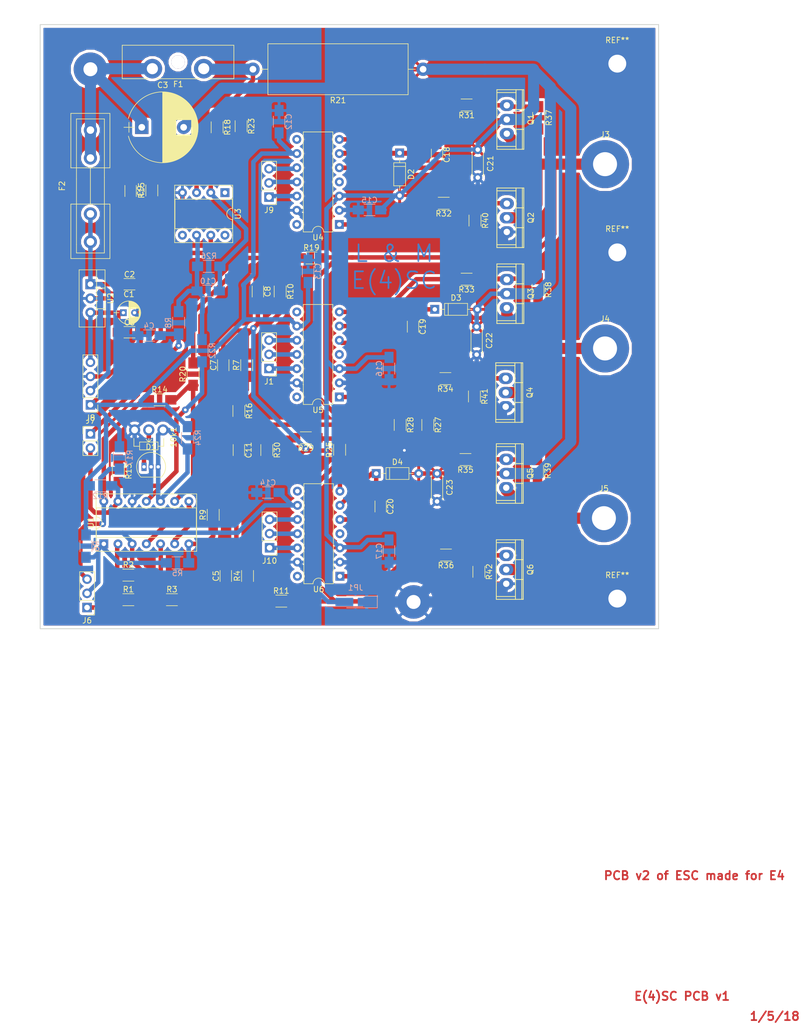
<source format=kicad_pcb>
(kicad_pcb (version 4) (host pcbnew 4.0.7)
  (layers (0 F.Cu signal) (31 B.Cu signal) (34 B.Paste user) (35 F.Paste user) (36 B.SilkS user) (37 F.SilkS user) (38 B.Mask user) (39 F.Mask user) (44 Edge.Cuts user))
  (net 0 "")
  (net 1 "Net-(10k1-Pad2)")
  (net 2 LogicGND)
  (net 3 "Net-(10k1-Pad1)")
  (net 4 "Net-(BT1-Pad1)")
  (net 5 PowerGND)
  (net 6 Logic9V)
  (net 7 BatVoltMeas)
  (net 8 MeanCur)
  (net 9 /PhaseCBEMF)
  (net 10 /PhaseBBEMF)
  (net 11 /PhaseABEMF)
  (net 12 "Net-(C9-Pad1)")
  (net 13 "Net-(C10-Pad1)")
  (net 14 "Net-(C10-Pad2)")
  (net 15 NeutralPoint')
  (net 16 LogicVCC)
  (net 17 PowerVCC)
  (net 18 "Net-(C18-Pad1)")
  (net 19 /PhaseA)
  (net 20 "Net-(C19-Pad1)")
  (net 21 /PhaseB)
  (net 22 "Net-(C20-Pad1)")
  (net 23 /PhaseC)
  (net 24 "Net-(F1-Pad1)")
  (net 25 /PhaseBLIN)
  (net 26 /PhaseBSD)
  (net 27 /PhaseBHIN)
  (net 28 /PhaseCTrig)
  (net 29 /PhaseBTrig)
  (net 30 /PhaseATrig)
  (net 31 OverCurInt)
  (net 32 /PhaseALIN)
  (net 33 /PhaseASD)
  (net 34 /PhaseAHIN)
  (net 35 /PhaseCLIN)
  (net 36 /PhaseCSD)
  (net 37 /PhaseCHIN)
  (net 38 "Net-(Q1-Pad1)")
  (net 39 "Net-(Q2-Pad1)")
  (net 40 "Net-(Q3-Pad1)")
  (net 41 "Net-(Q4-Pad1)")
  (net 42 "Net-(Q5-Pad1)")
  (net 43 "Net-(Q6-Pad1)")
  (net 44 "Net-(R1-Pad2)")
  (net 45 "Net-(R5-Pad2)")
  (net 46 "Net-(R13-Pad1)")
  (net 47 "Net-(R14-Pad2)")
  (net 48 "Net-(R25-Pad2)")
  (net 49 "Net-(R31-Pad2)")
  (net 50 "Net-(R32-Pad2)")
  (net 51 "Net-(R33-Pad2)")
  (net 52 "Net-(R34-Pad2)")
  (net 53 "Net-(R35-Pad2)")
  (net 54 "Net-(R36-Pad2)")
  (net 55 "Net-(U3-Pad1)")
  (net 56 "Net-(U3-Pad5)")
  (net 57 "Net-(U3-Pad8)")
  (net 58 "Net-(U4-Pad8)")
  (net 59 "Net-(U4-Pad4)")
  (net 60 "Net-(U4-Pad14)")
  (net 61 "Net-(U5-Pad8)")
  (net 62 "Net-(U5-Pad4)")
  (net 63 "Net-(U5-Pad14)")
  (net 64 "Net-(U6-Pad8)")
  (net 65 "Net-(U6-Pad4)")
  (net 66 "Net-(U6-Pad14)")
  (module Mounting_Holes:MountingHole_3.2mm_M3 (layer F.Cu) (at 182.8 56.4)
    (fp_text reference REF** (at 0 -4.2) (layer F.SilkS))
    (fp_text value MountingHole_3.2mm_M3)
    (pad 1 np_thru_hole circle (at 0 0) (size 3.2 3.2) (drill 3.2) (layers *.Cu *.Mask))
  )
  (module Mounting_Holes:MountingHole_3.2mm_M3 (layer F.Cu) (at 182.8 118.4)
    (fp_text reference REF** (at 0 -4.2) (layer F.SilkS))
    (fp_text value MountingHole_3.2mm_M3)
    (pad 1 np_thru_hole circle (at 0 0) (size 3.2 3.2) (drill 3.2) (layers *.Cu *.Mask))
  )
  (module Wire_Connections_Bridges:WireConnection_2.50mmDrill_LargePad (layer F.Cu) (at 152.489301 141.428301)
    (fp_text reference BT1 hide)
    (fp_text value Battery hide)
    (pad 1 thru_hole circle (at -64.089301 -117.828301) (size 5.99948 5.99948) (drill 2.49936) (layers *.Cu *.Mask) (net 4 "Net-(BT1-Pad1)"))
    (pad 2 thru_hole circle (at -6.189301 -22.428301) (size 5.99948 5.99948) (drill 2.49936) (layers *.Cu *.Mask) (net 5 PowerGND))
  )
  (module Housings_DIP:DIP-14_W7.62mm (layer F.Cu) (at 133 51.4 180)
    (fp_text reference U4 (at 3.81 -2.33 180) (layer F.SilkS))
    (fp_text value IR2110)
    (pad 1 thru_hole rect (at 0 0 180) (size 1.6 1.6) (drill 0.8) (layers *.Cu *.Mask) (net 50 "Net-(R32-Pad2)"))
    (pad 8 thru_hole oval (at 7.62 15.24 180) (size 1.6 1.6) (drill 0.8) (layers *.Cu *.Mask) (net 58 "Net-(U4-Pad8)"))
    (pad 2 thru_hole oval (at 0 2.54 180) (size 1.6 1.6) (drill 0.8) (layers *.Cu *.Mask) (net 5 PowerGND))
    (pad 9 thru_hole oval (at 7.62 12.7 180) (size 1.6 1.6) (drill 0.8) (layers *.Cu *.Mask) (net 16 LogicVCC))
    (pad 3 thru_hole oval (at 0 5.08 180) (size 1.6 1.6) (drill 0.8) (layers *.Cu *.Mask) (net 17 PowerVCC))
    (pad 10 thru_hole oval (at 7.62 10.16 180) (size 1.6 1.6) (drill 0.8) (layers *.Cu *.Mask) (net 34 /PhaseAHIN))
    (pad 4 thru_hole oval (at 0 7.62 180) (size 1.6 1.6) (drill 0.8) (layers *.Cu *.Mask) (net 59 "Net-(U4-Pad4)"))
    (pad 11 thru_hole oval (at 7.62 7.62 180) (size 1.6 1.6) (drill 0.8) (layers *.Cu *.Mask) (net 33 /PhaseASD))
    (pad 5 thru_hole oval (at 0 10.16 180) (size 1.6 1.6) (drill 0.8) (layers *.Cu *.Mask) (net 19 /PhaseA))
    (pad 12 thru_hole oval (at 7.62 5.08 180) (size 1.6 1.6) (drill 0.8) (layers *.Cu *.Mask) (net 32 /PhaseALIN))
    (pad 6 thru_hole oval (at 0 12.7 180) (size 1.6 1.6) (drill 0.8) (layers *.Cu *.Mask) (net 18 "Net-(C18-Pad1)"))
    (pad 13 thru_hole oval (at 7.62 2.54 180) (size 1.6 1.6) (drill 0.8) (layers *.Cu *.Mask) (net 2 LogicGND))
    (pad 7 thru_hole oval (at 0 15.24 180) (size 1.6 1.6) (drill 0.8) (layers *.Cu *.Mask) (net 49 "Net-(R31-Pad2)"))
    (pad 14 thru_hole oval (at 7.62 0 180) (size 1.6 1.6) (drill 0.8) (layers *.Cu *.Mask) (net 60 "Net-(U4-Pad14)"))
  )
  (module Potentiometers:Potentiometer_WirePads_Small (layer F.Cu) (at 101.4 88.2 270)
    (fp_text reference 10k1 (at 1.3 -1.9 270) (layer F.SilkS))
    (fp_text value POT_TRIM)
    (pad 2 thru_hole circle (at 0 2.54 270) (size 2 2) (drill 1.2) (layers *.Cu *.Mask) (net 1 "Net-(10k1-Pad2)"))
    (pad 3 thru_hole circle (at 0 5.08 270) (size 2 2) (drill 1.2) (layers *.Cu *.Mask) (net 2 LogicGND))
    (pad 1 thru_hole circle (at 0 0 270) (size 2 2) (drill 1.2) (layers *.Cu *.Mask) (net 3 "Net-(10k1-Pad1)"))
  )
  (module Capacitors_THT:CP_Radial_D4.0mm_P2.00mm (layer F.Cu) (at 94.3 67.2)
    (fp_text reference C1 (at 1 -3.31) (layer F.SilkS))
    (fp_text value 1u)
    (pad 1 thru_hole rect (at 0 0) (size 1.2 1.2) (drill 0.6) (layers *.Cu *.Mask) (net 6 Logic9V))
    (pad 2 thru_hole circle (at 2 0) (size 1.2 1.2) (drill 0.6) (layers *.Cu *.Mask) (net 2 LogicGND))
  )
  (module Capacitors_SMD:C_1206_HandSoldering (layer F.Cu) (at 95.4 62.1)
    (fp_text reference C2 (at 0 -1.75) (layer F.SilkS))
    (fp_text value 100n)
    (pad 1 smd rect (at -2 0) (size 2 1.6) (layers F.Cu F.Paste F.Mask) (net 7 BatVoltMeas))
    (pad 2 smd rect (at 2 0) (size 2 1.6) (layers F.Cu F.Paste F.Mask) (net 2 LogicGND))
  )
  (module Capacitors_THT:CP_Radial_D12.5mm_P7.50mm (layer F.Cu) (at 97.6 34)
    (fp_text reference C3 (at 3.75 -7.56) (layer F.SilkS))
    (fp_text value 330u)
    (pad 1 thru_hole rect (at 0 0) (size 2.4 2.4) (drill 1.2) (layers *.Cu *.Mask) (net 4 "Net-(BT1-Pad1)"))
    (pad 2 thru_hole circle (at 7.5 0) (size 2.4 2.4) (drill 1.2) (layers *.Cu *.Mask) (net 5 PowerGND))
  )
  (module Capacitors_SMD:C_1206_HandSoldering (layer B.Cu) (at 98.9 71.3 180)
    (fp_text reference C4 (at 0 1.75 180) (layer B.SilkS) (effects (justify mirror)))
    (fp_text value 33n)
    (pad 1 smd rect (at -2 0 180) (size 2 1.6) (layers B.Cu B.Paste B.Mask) (net 8 MeanCur))
    (pad 2 smd rect (at 2 0 180) (size 2 1.6) (layers B.Cu B.Paste B.Mask) (net 2 LogicGND))
  )
  (module Capacitors_SMD:C_1206_HandSoldering (layer F.Cu) (at 112.65 114.35 90)
    (fp_text reference C5 (at 0 -1.75 90) (layer F.SilkS))
    (fp_text value 1n)
    (pad 1 smd rect (at -2 0 90) (size 2 1.6) (layers F.Cu F.Paste F.Mask) (net 9 /PhaseCBEMF))
    (pad 2 smd rect (at 2 0 90) (size 2 1.6) (layers F.Cu F.Paste F.Mask) (net 5 PowerGND))
  )
  (module Capacitors_SMD:C_1206_HandSoldering (layer F.Cu) (at 95.4 70.7)
    (fp_text reference C6 (at 0 -1.75) (layer F.SilkS))
    (fp_text value 1n)
    (pad 1 smd rect (at -2 0) (size 2 1.6) (layers F.Cu F.Paste F.Mask) (net 6 Logic9V))
    (pad 2 smd rect (at 2 0) (size 2 1.6) (layers F.Cu F.Paste F.Mask) (net 2 LogicGND))
  )
  (module Capacitors_SMD:C_1206_HandSoldering (layer F.Cu) (at 112.2 76.6 90)
    (fp_text reference C7 (at 0 -1.75 90) (layer F.SilkS))
    (fp_text value 1n)
    (pad 1 smd rect (at -2 0 90) (size 2 1.6) (layers F.Cu F.Paste F.Mask) (net 10 /PhaseBBEMF))
    (pad 2 smd rect (at 2 0 90) (size 2 1.6) (layers F.Cu F.Paste F.Mask) (net 5 PowerGND))
  )
  (module Capacitors_SMD:C_1206_HandSoldering (layer F.Cu) (at 118.4 63.4 270)
    (fp_text reference C8 (at 0 -1.75 270) (layer F.SilkS))
    (fp_text value 1n)
    (pad 1 smd rect (at -2 0 270) (size 2 1.6) (layers F.Cu F.Paste F.Mask) (net 11 /PhaseABEMF))
    (pad 2 smd rect (at 2 0 270) (size 2 1.6) (layers F.Cu F.Paste F.Mask) (net 5 PowerGND))
  )
  (module Capacitors_SMD:C_1206_HandSoldering (layer F.Cu) (at 95.6 45.4 270)
    (fp_text reference C9 (at 0 -1.75 270) (layer F.SilkS))
    (fp_text value 5.6n)
    (pad 1 smd rect (at -2 0 270) (size 2 1.6) (layers F.Cu F.Paste F.Mask) (net 12 "Net-(C9-Pad1)"))
    (pad 2 smd rect (at 2 0 270) (size 2 1.6) (layers F.Cu F.Paste F.Mask) (net 2 LogicGND))
  )
  (module Capacitors_SMD:C_1206_HandSoldering (layer B.Cu) (at 109.5 63.3 180)
    (fp_text reference C10 (at 0 1.75 180) (layer B.SilkS) (effects (justify mirror)))
    (fp_text value 5.6n)
    (pad 1 smd rect (at -2 0 180) (size 2 1.6) (layers B.Cu B.Paste B.Mask) (net 13 "Net-(C10-Pad1)"))
    (pad 2 smd rect (at 2 0 180) (size 2 1.6) (layers B.Cu B.Paste B.Mask) (net 14 "Net-(C10-Pad2)"))
  )
  (module Capacitors_SMD:C_1206_HandSoldering (layer F.Cu) (at 115 91.8 270)
    (fp_text reference C11 (at 0 -1.75 270) (layer F.SilkS))
    (fp_text value 6.8n)
    (pad 1 smd rect (at -2 0 270) (size 2 1.6) (layers F.Cu F.Paste F.Mask) (net 15 NeutralPoint'))
    (pad 2 smd rect (at 2 0 270) (size 2 1.6) (layers F.Cu F.Paste F.Mask) (net 5 PowerGND))
  )
  (module Capacitors_SMD:C_1206_HandSoldering (layer B.Cu) (at 122.2 33 90)
    (fp_text reference C12 (at 0 1.75 90) (layer B.SilkS) (effects (justify mirror)))
    (fp_text value 10n)
    (pad 1 smd rect (at -2 0 90) (size 2 1.6) (layers B.Cu B.Paste B.Mask) (net 16 LogicVCC))
    (pad 2 smd rect (at 2 0 90) (size 2 1.6) (layers B.Cu B.Paste B.Mask) (net 2 LogicGND))
  )
  (module Capacitors_SMD:C_1206_HandSoldering (layer B.Cu) (at 127.4 59.8 90)
    (fp_text reference C13 (at 0 1.75 90) (layer B.SilkS) (effects (justify mirror)))
    (fp_text value 10n)
    (pad 1 smd rect (at -2 0 90) (size 2 1.6) (layers B.Cu B.Paste B.Mask) (net 16 LogicVCC))
    (pad 2 smd rect (at 2 0 90) (size 2 1.6) (layers B.Cu B.Paste B.Mask) (net 2 LogicGND))
  )
  (module Capacitors_SMD:C_1206_HandSoldering (layer B.Cu) (at 120.2 99.4 180)
    (fp_text reference C14 (at 0 1.75 180) (layer B.SilkS) (effects (justify mirror)))
    (fp_text value 10n)
    (pad 1 smd rect (at -2 0 180) (size 2 1.6) (layers B.Cu B.Paste B.Mask) (net 16 LogicVCC))
    (pad 2 smd rect (at 2 0 180) (size 2 1.6) (layers B.Cu B.Paste B.Mask) (net 2 LogicGND))
  )
  (module Capacitors_SMD:C_1206_HandSoldering (layer B.Cu) (at 138.4 48.8 180)
    (fp_text reference C15 (at 0 1.75 180) (layer B.SilkS) (effects (justify mirror)))
    (fp_text value 33n)
    (pad 1 smd rect (at -2 0 180) (size 2 1.6) (layers B.Cu B.Paste B.Mask) (net 17 PowerVCC))
    (pad 2 smd rect (at 2 0 180) (size 2 1.6) (layers B.Cu B.Paste B.Mask) (net 5 PowerGND))
  )
  (module Capacitors_SMD:C_1206_HandSoldering (layer B.Cu) (at 141.9 77.2 270)
    (fp_text reference C16 (at 0 1.75 270) (layer B.SilkS) (effects (justify mirror)))
    (fp_text value 33n)
    (pad 1 smd rect (at -2 0 270) (size 2 1.6) (layers B.Cu B.Paste B.Mask) (net 17 PowerVCC))
    (pad 2 smd rect (at 2 0 270) (size 2 1.6) (layers B.Cu B.Paste B.Mask) (net 5 PowerGND))
  )
  (module Capacitors_SMD:C_1206_HandSoldering (layer B.Cu) (at 141.9 109.9 270)
    (fp_text reference C17 (at 0 1.75 270) (layer B.SilkS) (effects (justify mirror)))
    (fp_text value 33n)
    (pad 1 smd rect (at -2 0 270) (size 2 1.6) (layers B.Cu B.Paste B.Mask) (net 17 PowerVCC))
    (pad 2 smd rect (at 2 0 270) (size 2 1.6) (layers B.Cu B.Paste B.Mask) (net 5 PowerGND))
  )
  (module Capacitors_SMD:C_1206_HandSoldering (layer F.Cu) (at 150.5 38.9 270)
    (fp_text reference C18 (at 0 -1.75 270) (layer F.SilkS))
    (fp_text value 1u)
    (pad 1 smd rect (at -2 0 270) (size 2 1.6) (layers F.Cu F.Paste F.Mask) (net 18 "Net-(C18-Pad1)"))
    (pad 2 smd rect (at 2 0 270) (size 2 1.6) (layers F.Cu F.Paste F.Mask) (net 19 /PhaseA))
  )
  (module Capacitors_SMD:C_1206_HandSoldering (layer F.Cu) (at 146.2 69.7 270)
    (fp_text reference C19 (at 0 -1.75 270) (layer F.SilkS))
    (fp_text value 1u)
    (pad 1 smd rect (at -2 0 270) (size 2 1.6) (layers F.Cu F.Paste F.Mask) (net 20 "Net-(C19-Pad1)"))
    (pad 2 smd rect (at 2 0 270) (size 2 1.6) (layers F.Cu F.Paste F.Mask) (net 21 /PhaseB))
  )
  (module Capacitors_SMD:C_1206_HandSoldering (layer F.Cu) (at 140.4 101.9 270)
    (fp_text reference C20 (at 0 -1.75 270) (layer F.SilkS))
    (fp_text value 1u)
    (pad 1 smd rect (at -2 0 270) (size 2 1.6) (layers F.Cu F.Paste F.Mask) (net 22 "Net-(C20-Pad1)"))
    (pad 2 smd rect (at 2 0 270) (size 2 1.6) (layers F.Cu F.Paste F.Mask) (net 23 /PhaseC))
  )
  (module Capacitors_THT:C_Disc_D4.3mm_W1.9mm_P5.00mm (layer F.Cu) (at 157.8 38 270)
    (fp_text reference C21 (at 2.5 -2.26 270) (layer F.SilkS))
    (fp_text value 1u)
    (pad 1 thru_hole circle (at 0 0 270) (size 1.6 1.6) (drill 0.8) (layers *.Cu *.Mask) (net 17 PowerVCC))
    (pad 2 thru_hole circle (at 5 0 270) (size 1.6 1.6) (drill 0.8) (layers *.Cu *.Mask) (net 5 PowerGND))
  )
  (module Capacitors_THT:C_Disc_D4.3mm_W1.9mm_P5.00mm (layer F.Cu) (at 157.6 69.7 270)
    (fp_text reference C22 (at 2.5 -2.26 270) (layer F.SilkS))
    (fp_text value 1u)
    (pad 1 thru_hole circle (at 0 0 270) (size 1.6 1.6) (drill 0.8) (layers *.Cu *.Mask) (net 17 PowerVCC))
    (pad 2 thru_hole circle (at 5 0 270) (size 1.6 1.6) (drill 0.8) (layers *.Cu *.Mask) (net 5 PowerGND))
  )
  (module Capacitors_THT:C_Disc_D4.3mm_W1.9mm_P5.00mm (layer F.Cu) (at 150.5 96 270)
    (fp_text reference C23 (at 2.5 -2.26 270) (layer F.SilkS))
    (fp_text value 1u)
    (pad 1 thru_hole circle (at 0 0 270) (size 1.6 1.6) (drill 0.8) (layers *.Cu *.Mask) (net 17 PowerVCC))
    (pad 2 thru_hole circle (at 5 0 270) (size 1.6 1.6) (drill 0.8) (layers *.Cu *.Mask) (net 5 PowerGND))
  )
  (module TO_SOT_Packages_THT:TO-92_Inline_Narrow_Oval (layer F.Cu) (at 98 94.8)
    (fp_text reference D1 (at 1.27 -3.56) (layer F.SilkS))
    (fp_text value TL431LP)
    (pad 2 thru_hole oval (at 1.27 0 180) (size 0.9 1.5) (drill 0.6) (layers *.Cu *.Mask) (net 2 LogicGND))
    (pad 3 thru_hole oval (at 2.54 0 180) (size 0.9 1.5) (drill 0.6) (layers *.Cu *.Mask) (net 3 "Net-(10k1-Pad1)"))
    (pad 1 thru_hole rect (at 0 0 180) (size 0.9 1.5) (drill 0.6) (layers *.Cu *.Mask) (net 1 "Net-(10k1-Pad2)"))
  )
  (module Diodes_THT:D_DO-35_SOD27_P7.62mm_Horizontal (layer F.Cu) (at 143.8 38.6 270)
    (fp_text reference D2 (at 3.81 -2.06 270) (layer F.SilkS))
    (fp_text value IN4148)
    (pad 1 thru_hole rect (at 0 0 270) (size 1.6 1.6) (drill 0.8) (layers *.Cu *.Mask) (net 18 "Net-(C18-Pad1)"))
    (pad 2 thru_hole oval (at 7.62 0 270) (size 1.6 1.6) (drill 0.8) (layers *.Cu *.Mask) (net 17 PowerVCC))
  )
  (module Diodes_THT:D_DO-35_SOD27_P7.62mm_Horizontal (layer F.Cu) (at 150.1 66.6)
    (fp_text reference D3 (at 3.81 -2.06) (layer F.SilkS))
    (fp_text value IN4148)
    (pad 1 thru_hole rect (at 0 0) (size 1.6 1.6) (drill 0.8) (layers *.Cu *.Mask) (net 20 "Net-(C19-Pad1)"))
    (pad 2 thru_hole oval (at 7.62 0) (size 1.6 1.6) (drill 0.8) (layers *.Cu *.Mask) (net 17 PowerVCC))
  )
  (module Diodes_THT:D_DO-35_SOD27_P7.62mm_Horizontal (layer F.Cu) (at 139.6 96)
    (fp_text reference D4 (at 3.81 -2.06) (layer F.SilkS))
    (fp_text value IN4148)
    (pad 1 thru_hole rect (at 0 0) (size 1.6 1.6) (drill 0.8) (layers *.Cu *.Mask) (net 22 "Net-(C20-Pad1)"))
    (pad 2 thru_hole oval (at 7.62 0) (size 1.6 1.6) (drill 0.8) (layers *.Cu *.Mask) (net 17 PowerVCC))
  )
  (module Fuse_Holders_and_Fuses:Fuseholder_ATO_Blade_littlefuse_Pudenz_2_Pin (layer F.Cu) (at 108.7 23.5 180)
    (fp_text reference F1 (at 4.57 -2.78 180) (layer F.SilkS))
    (fp_text value Fuse)
    (pad 1 thru_hole circle (at 0 0 180) (size 3.5 3.5) (drill 2) (layers *.Cu *.Mask) (net 24 "Net-(F1-Pad1)"))
    (pad "" thru_hole circle (at 4.6 1.2 180) (size 2.4 2.4) (drill 2.4) (layers *.Cu *.Mask))
    (pad 2 thru_hole circle (at 9.2 0 180) (size 3.5 3.5) (drill 2) (layers *.Cu *.Mask) (net 4 "Net-(BT1-Pad1)"))
  )
  (module Fuse_Holders_and_Fuses:Fuseholder5x20_horiz_open_inline_Type-I (layer F.Cu) (at 88.4 54.5 90)
    (fp_text reference F2 (at 10 -5.08 90) (layer F.SilkS))
    (fp_text value Fuse)
    (pad 2 thru_hole circle (at 15 0 90) (size 2.35 2.35) (drill 1.35) (layers *.Cu *.Mask) (net 4 "Net-(BT1-Pad1)"))
    (pad 2 thru_hole circle (at 20 0 90) (size 2.35 2.35) (drill 1.35) (layers *.Cu *.Mask) (net 4 "Net-(BT1-Pad1)"))
    (pad 1 thru_hole circle (at 5 0 90) (size 2.35 2.35) (drill 1.35) (layers *.Cu *.Mask) (net 7 BatVoltMeas))
    (pad 1 thru_hole circle (at 0 0 90) (size 2.35 2.35) (drill 1.35) (layers *.Cu *.Mask) (net 7 BatVoltMeas))
  )
  (module Socket_Strips:Socket_Strip_Straight_1x03_Pitch2.54mm (layer F.Cu) (at 120.4 77.2 180)
    (fp_text reference J1 (at 0 -2.33 180) (layer F.SilkS))
    (fp_text value Conn_01x03)
    (pad 1 thru_hole rect (at 0 0 180) (size 1.7 1.7) (drill 1) (layers *.Cu *.Mask) (net 25 /PhaseBLIN))
    (pad 2 thru_hole oval (at 0 2.54 180) (size 1.7 1.7) (drill 1) (layers *.Cu *.Mask) (net 26 /PhaseBSD))
    (pad 3 thru_hole oval (at 0 5.08 180) (size 1.7 1.7) (drill 1) (layers *.Cu *.Mask) (net 27 /PhaseBHIN))
  )
  (module Mounting_Holes:MountingHole_4.3mm_M4_Pad (layer F.Cu) (at 180.6 40.6)
    (fp_text reference J3 (at 0 -5.3) (layer F.SilkS))
    (fp_text value Conn_01x01)
    (pad 1 thru_hole circle (at 0 0) (size 8.6 8.6) (drill 4.3) (layers *.Cu *.Mask) (net 19 /PhaseA))
  )
  (module Mounting_Holes:MountingHole_4.3mm_M4_Pad (layer F.Cu) (at 180.6 73.6)
    (fp_text reference J4 (at 0 -5.3) (layer F.SilkS))
    (fp_text value Conn_01x01)
    (pad 1 thru_hole circle (at 0 0) (size 8.6 8.6) (drill 4.3) (layers *.Cu *.Mask) (net 21 /PhaseB))
  )
  (module Mounting_Holes:MountingHole_4.3mm_M4_Pad (layer F.Cu) (at 180.4 104)
    (fp_text reference J5 (at 0 -5.3) (layer F.SilkS))
    (fp_text value Conn_01x01)
    (pad 1 thru_hole circle (at 0 0) (size 8.6 8.6) (drill 4.3) (layers *.Cu *.Mask) (net 23 /PhaseC))
  )
  (module Socket_Strips:Socket_Strip_Straight_1x03_Pitch2.54mm (layer F.Cu) (at 87.8 120 180)
    (fp_text reference J6 (at 0 -2.33 180) (layer F.SilkS))
    (fp_text value Conn_01x03)
    (pad 1 thru_hole rect (at 0 0 180) (size 1.7 1.7) (drill 1) (layers *.Cu *.Mask) (net 28 /PhaseCTrig))
    (pad 2 thru_hole oval (at 0 2.54 180) (size 1.7 1.7) (drill 1) (layers *.Cu *.Mask) (net 29 /PhaseBTrig))
    (pad 3 thru_hole oval (at 0 5.08 180) (size 1.7 1.7) (drill 1) (layers *.Cu *.Mask) (net 30 /PhaseATrig))
  )
  (module Socket_Strips:Socket_Strip_Straight_1x02_Pitch2.54mm (layer F.Cu) (at 88.4 88.9)
    (fp_text reference J7 (at 0 -2.33) (layer F.SilkS))
    (fp_text value Conn_01x02)
    (pad 1 thru_hole rect (at 0 0) (size 1.7 1.7) (drill 1) (layers *.Cu *.Mask) (net 8 MeanCur))
    (pad 2 thru_hole oval (at 0 2.54) (size 1.7 1.7) (drill 1) (layers *.Cu *.Mask) (net 31 OverCurInt))
  )
  (module Socket_Strips:Socket_Strip_Straight_1x04_Pitch2.54mm (layer F.Cu) (at 88.4 83.7 180)
    (fp_text reference J8 (at 0 -2.33 180) (layer F.SilkS))
    (fp_text value Conn_01x04)
    (pad 1 thru_hole rect (at 0 0 180) (size 1.7 1.7) (drill 1) (layers *.Cu *.Mask) (net 16 LogicVCC))
    (pad 2 thru_hole oval (at 0 2.54 180) (size 1.7 1.7) (drill 1) (layers *.Cu *.Mask) (net 7 BatVoltMeas))
    (pad 3 thru_hole oval (at 0 5.08 180) (size 1.7 1.7) (drill 1) (layers *.Cu *.Mask) (net 2 LogicGND))
    (pad 4 thru_hole oval (at 0 7.62 180) (size 1.7 1.7) (drill 1) (layers *.Cu *.Mask) (net 6 Logic9V))
  )
  (module Socket_Strips:Socket_Strip_Straight_1x03_Pitch2.54mm (layer F.Cu) (at 120.4 46.5 180)
    (fp_text reference J9 (at 0 -2.33 180) (layer F.SilkS))
    (fp_text value Conn_01x03)
    (pad 1 thru_hole rect (at 0 0 180) (size 1.7 1.7) (drill 1) (layers *.Cu *.Mask) (net 32 /PhaseALIN))
    (pad 2 thru_hole oval (at 0 2.54 180) (size 1.7 1.7) (drill 1) (layers *.Cu *.Mask) (net 33 /PhaseASD))
    (pad 3 thru_hole oval (at 0 5.08 180) (size 1.7 1.7) (drill 1) (layers *.Cu *.Mask) (net 34 /PhaseAHIN))
  )
  (module Socket_Strips:Socket_Strip_Straight_1x03_Pitch2.54mm (layer F.Cu) (at 120.5 109.3 180)
    (fp_text reference J10 (at 0 -2.33 180) (layer F.SilkS))
    (fp_text value Conn_01x03)
    (pad 1 thru_hole rect (at 0 0 180) (size 1.7 1.7) (drill 1) (layers *.Cu *.Mask) (net 35 /PhaseCLIN))
    (pad 2 thru_hole oval (at 0 2.54 180) (size 1.7 1.7) (drill 1) (layers *.Cu *.Mask) (net 36 /PhaseCSD))
    (pad 3 thru_hole oval (at 0 5.08 180) (size 1.7 1.7) (drill 1) (layers *.Cu *.Mask) (net 37 /PhaseCHIN))
  )
  (module Capacitors_Tantalum_SMD:CP_Tantalum_Case-A_EIA-3216-18_Hand (layer B.Cu) (at 135.9 119 180)
    (fp_text reference JP1 (at 0 2.55 180) (layer B.SilkS) (effects (justify mirror)))
    (fp_text value Jumper_NC_Small)
    (pad 1 smd rect (at -2 0 180) (size 3.2 1.5) (layers B.Cu B.Paste B.Mask) (net 5 PowerGND))
    (pad 2 smd rect (at 2 0 180) (size 3.2 1.5) (layers B.Cu B.Paste B.Mask) (net 2 LogicGND))
  )
  (module Power_Integrations:TO-220 (layer F.Cu) (at 163 32.6 270)
    (fp_text reference Q1 (at 0 -4.318 270) (layer F.SilkS))
    (fp_text value IRF3205)
    (pad 2 thru_hole oval (at 0 0 270) (size 2.032 2.54) (drill 1.143) (layers *.Cu *.Mask) (net 17 PowerVCC))
    (pad 3 thru_hole oval (at 2.54 0 270) (size 2.032 2.54) (drill 1.143) (layers *.Cu *.Mask) (net 19 /PhaseA))
    (pad 1 thru_hole oval (at -2.54 0 270) (size 2.032 2.54) (drill 1.143) (layers *.Cu *.Mask) (net 38 "Net-(Q1-Pad1)"))
  )
  (module Power_Integrations:TO-220 (layer F.Cu) (at 163 50.2 270)
    (fp_text reference Q2 (at 0 -4.318 270) (layer F.SilkS))
    (fp_text value IRF3205)
    (pad 2 thru_hole oval (at 0 0 270) (size 2.032 2.54) (drill 1.143) (layers *.Cu *.Mask) (net 19 /PhaseA))
    (pad 3 thru_hole oval (at 2.54 0 270) (size 2.032 2.54) (drill 1.143) (layers *.Cu *.Mask) (net 5 PowerGND))
    (pad 1 thru_hole oval (at -2.54 0 270) (size 2.032 2.54) (drill 1.143) (layers *.Cu *.Mask) (net 39 "Net-(Q2-Pad1)"))
  )
  (module Power_Integrations:TO-220 (layer F.Cu) (at 163 63.8 270)
    (fp_text reference Q3 (at 0 -4.318 270) (layer F.SilkS))
    (fp_text value IRF3205)
    (pad 2 thru_hole oval (at 0 0 270) (size 2.032 2.54) (drill 1.143) (layers *.Cu *.Mask) (net 17 PowerVCC))
    (pad 3 thru_hole oval (at 2.54 0 270) (size 2.032 2.54) (drill 1.143) (layers *.Cu *.Mask) (net 21 /PhaseB))
    (pad 1 thru_hole oval (at -2.54 0 270) (size 2.032 2.54) (drill 1.143) (layers *.Cu *.Mask) (net 40 "Net-(Q3-Pad1)"))
  )
  (module Power_Integrations:TO-220 (layer F.Cu) (at 162.8 81.5 270)
    (fp_text reference Q4 (at 0 -4.318 270) (layer F.SilkS))
    (fp_text value IRF3205)
    (pad 2 thru_hole oval (at 0 0 270) (size 2.032 2.54) (drill 1.143) (layers *.Cu *.Mask) (net 21 /PhaseB))
    (pad 3 thru_hole oval (at 2.54 0 270) (size 2.032 2.54) (drill 1.143) (layers *.Cu *.Mask) (net 5 PowerGND))
    (pad 1 thru_hole oval (at -2.54 0 270) (size 2.032 2.54) (drill 1.143) (layers *.Cu *.Mask) (net 41 "Net-(Q4-Pad1)"))
  )
  (module Power_Integrations:TO-220 (layer F.Cu) (at 162.9 96 270)
    (fp_text reference Q5 (at 0 -4.318 270) (layer F.SilkS))
    (fp_text value IRF3205)
    (pad 2 thru_hole oval (at 0 0 270) (size 2.032 2.54) (drill 1.143) (layers *.Cu *.Mask) (net 17 PowerVCC))
    (pad 3 thru_hole oval (at 2.54 0 270) (size 2.032 2.54) (drill 1.143) (layers *.Cu *.Mask) (net 23 /PhaseC))
    (pad 1 thru_hole oval (at -2.54 0 270) (size 2.032 2.54) (drill 1.143) (layers *.Cu *.Mask) (net 42 "Net-(Q5-Pad1)"))
  )
  (module Power_Integrations:TO-220 (layer F.Cu) (at 162.9 113.2 270)
    (fp_text reference Q6 (at 0 -4.318 270) (layer F.SilkS))
    (fp_text value IRF3205)
    (pad 2 thru_hole oval (at 0 0 270) (size 2.032 2.54) (drill 1.143) (layers *.Cu *.Mask) (net 23 /PhaseC))
    (pad 3 thru_hole oval (at 2.54 0 270) (size 2.032 2.54) (drill 1.143) (layers *.Cu *.Mask) (net 5 PowerGND))
    (pad 1 thru_hole oval (at -2.54 0 270) (size 2.032 2.54) (drill 1.143) (layers *.Cu *.Mask) (net 43 "Net-(Q6-Pad1)"))
  )
  (module Resistors_SMD:R_1206_HandSoldering (layer F.Cu) (at 95.2 118.6)
    (fp_text reference R1 (at 0 -1.85) (layer F.SilkS))
    (fp_text value 220k)
    (pad 1 smd rect (at -2 0) (size 2 1.7) (layers F.Cu F.Paste F.Mask) (net 28 /PhaseCTrig))
    (pad 2 smd rect (at 2 0) (size 2 1.7) (layers F.Cu F.Paste F.Mask) (net 44 "Net-(R1-Pad2)"))
  )
  (module Resistors_SMD:R_1206_HandSoldering (layer F.Cu) (at 95.2 114.2)
    (fp_text reference R2 (at 0 -1.85) (layer F.SilkS))
    (fp_text value 6.8k)
    (pad 1 smd rect (at -2 0) (size 2 1.7) (layers F.Cu F.Paste F.Mask) (net 28 /PhaseCTrig))
    (pad 2 smd rect (at 2 0) (size 2 1.7) (layers F.Cu F.Paste F.Mask) (net 16 LogicVCC))
  )
  (module Resistors_SMD:R_1206_HandSoldering (layer F.Cu) (at 103 118.6)
    (fp_text reference R3 (at 0 -1.85) (layer F.SilkS))
    (fp_text value 10k)
    (pad 1 smd rect (at -2 0) (size 2 1.7) (layers F.Cu F.Paste F.Mask) (net 44 "Net-(R1-Pad2)"))
    (pad 2 smd rect (at 2 0) (size 2 1.7) (layers F.Cu F.Paste F.Mask) (net 9 /PhaseCBEMF))
  )
  (module Resistors_SMD:R_1206_HandSoldering (layer F.Cu) (at 116.55 114.35 90)
    (fp_text reference R4 (at 0 -1.85 90) (layer F.SilkS))
    (fp_text value 100k)
    (pad 1 smd rect (at -2 0 90) (size 2 1.7) (layers F.Cu F.Paste F.Mask) (net 9 /PhaseCBEMF))
    (pad 2 smd rect (at 2 0 90) (size 2 1.7) (layers F.Cu F.Paste F.Mask) (net 5 PowerGND))
  )
  (module Resistors_SMD:R_1206_HandSoldering (layer B.Cu) (at 104 112)
    (fp_text reference R5 (at 0 1.85) (layer B.SilkS) (effects (justify mirror)))
    (fp_text value 220k)
    (pad 1 smd rect (at -2 0) (size 2 1.7) (layers B.Cu B.Paste B.Mask) (net 29 /PhaseBTrig))
    (pad 2 smd rect (at 2 0) (size 2 1.7) (layers B.Cu B.Paste B.Mask) (net 45 "Net-(R5-Pad2)"))
  )
  (module Resistors_SMD:R_1206_HandSoldering (layer B.Cu) (at 87.6 109 90)
    (fp_text reference R6 (at 0 1.85 90) (layer B.SilkS) (effects (justify mirror)))
    (fp_text value 6.8k)
    (pad 1 smd rect (at -2 0 90) (size 2 1.7) (layers B.Cu B.Paste B.Mask) (net 29 /PhaseBTrig))
    (pad 2 smd rect (at 2 0 90) (size 2 1.7) (layers B.Cu B.Paste B.Mask) (net 16 LogicVCC))
  )
  (module Resistors_SMD:R_1206_HandSoldering (layer F.Cu) (at 116.4 76.6 90)
    (fp_text reference R7 (at 0 -1.85 90) (layer F.SilkS))
    (fp_text value 100k)
    (pad 1 smd rect (at -2 0 90) (size 2 1.7) (layers F.Cu F.Paste F.Mask) (net 10 /PhaseBBEMF))
    (pad 2 smd rect (at 2 0 90) (size 2 1.7) (layers F.Cu F.Paste F.Mask) (net 5 PowerGND))
  )
  (module Resistors_SMD:R_1206_HandSoldering (layer B.Cu) (at 104.2 69 270)
    (fp_text reference R8 (at 0 1.85 270) (layer B.SilkS) (effects (justify mirror)))
    (fp_text value 4k7)
    (pad 1 smd rect (at -2 0 270) (size 2 1.7) (layers B.Cu B.Paste B.Mask) (net 14 "Net-(C10-Pad2)"))
    (pad 2 smd rect (at 2 0 270) (size 2 1.7) (layers B.Cu B.Paste B.Mask) (net 8 MeanCur))
  )
  (module Resistors_SMD:R_1206_HandSoldering (layer F.Cu) (at 110.4 103.4 90)
    (fp_text reference R9 (at 0 -1.85 90) (layer F.SilkS))
    (fp_text value 10k)
    (pad 1 smd rect (at -2 0 90) (size 2 1.7) (layers F.Cu F.Paste F.Mask) (net 45 "Net-(R5-Pad2)"))
    (pad 2 smd rect (at 2 0 90) (size 2 1.7) (layers F.Cu F.Paste F.Mask) (net 10 /PhaseBBEMF))
  )
  (module Resistors_SMD:R_1206_HandSoldering (layer F.Cu) (at 122.4 63.4 270)
    (fp_text reference R10 (at 0 -1.85 270) (layer F.SilkS))
    (fp_text value 100k)
    (pad 1 smd rect (at -2 0 270) (size 2 1.7) (layers F.Cu F.Paste F.Mask) (net 11 /PhaseABEMF))
    (pad 2 smd rect (at 2 0 270) (size 2 1.7) (layers F.Cu F.Paste F.Mask) (net 5 PowerGND))
  )
  (module Resistors_SMD:R_1206_HandSoldering (layer F.Cu) (at 122.6 118.85)
    (fp_text reference R11 (at 0 -1.85) (layer F.SilkS))
    (fp_text value 100k)
    (pad 1 smd rect (at -2 0) (size 2 1.7) (layers F.Cu F.Paste F.Mask) (net 9 /PhaseCBEMF))
    (pad 2 smd rect (at 2 0) (size 2 1.7) (layers F.Cu F.Paste F.Mask) (net 23 /PhaseC))
  )
  (module Resistors_SMD:R_1206_HandSoldering (layer B.Cu) (at 90.2 98.2)
    (fp_text reference R12 (at 0 1.85) (layer B.SilkS) (effects (justify mirror)))
    (fp_text value 6k8)
    (pad 1 smd rect (at -2 0) (size 2 1.7) (layers B.Cu B.Paste B.Mask) (net 16 LogicVCC))
    (pad 2 smd rect (at 2 0) (size 2 1.7) (layers B.Cu B.Paste B.Mask) (net 31 OverCurInt))
  )
  (module Resistors_SMD:R_1206_HandSoldering (layer F.Cu) (at 93.4 95.6 270)
    (fp_text reference R13 (at 0 -1.85 270) (layer F.SilkS))
    (fp_text value 220k)
    (pad 1 smd rect (at -2 0 270) (size 2 1.7) (layers F.Cu F.Paste F.Mask) (net 46 "Net-(R13-Pad1)"))
    (pad 2 smd rect (at 2 0 270) (size 2 1.7) (layers F.Cu F.Paste F.Mask) (net 31 OverCurInt))
  )
  (module Resistors_SMD:R_1206_HandSoldering (layer F.Cu) (at 100.8 82.8)
    (fp_text reference R14 (at 0 -1.85) (layer F.SilkS))
    (fp_text value 220k)
    (pad 1 smd rect (at -2 0) (size 2 1.7) (layers F.Cu F.Paste F.Mask) (net 30 /PhaseATrig))
    (pad 2 smd rect (at 2 0) (size 2 1.7) (layers F.Cu F.Paste F.Mask) (net 47 "Net-(R14-Pad2)"))
  )
  (module Resistors_SMD:R_1206_HandSoldering (layer F.Cu) (at 99.4 45.3 90)
    (fp_text reference R15 (at 0 -1.85 90) (layer F.SilkS))
    (fp_text value 33k)
    (pad 1 smd rect (at -2 0 90) (size 2 1.7) (layers F.Cu F.Paste F.Mask) (net 2 LogicGND))
    (pad 2 smd rect (at 2 0 90) (size 2 1.7) (layers F.Cu F.Paste F.Mask) (net 12 "Net-(C9-Pad1)"))
  )
  (module Resistors_SMD:R_1206_HandSoldering (layer F.Cu) (at 115 84.8 270)
    (fp_text reference R16 (at 0 -1.85 270) (layer F.SilkS))
    (fp_text value 100k)
    (pad 1 smd rect (at -2 0 270) (size 2 1.7) (layers F.Cu F.Paste F.Mask) (net 10 /PhaseBBEMF))
    (pad 2 smd rect (at 2 0 270) (size 2 1.7) (layers F.Cu F.Paste F.Mask) (net 21 /PhaseB))
  )
  (module Resistors_SMD:R_1206_HandSoldering (layer B.Cu) (at 93.6 93.2 90)
    (fp_text reference R17 (at 0 1.85 90) (layer B.SilkS) (effects (justify mirror)))
    (fp_text value 6.8k)
    (pad 1 smd rect (at -2 0 90) (size 2 1.7) (layers B.Cu B.Paste B.Mask) (net 30 /PhaseATrig))
    (pad 2 smd rect (at 2 0 90) (size 2 1.7) (layers B.Cu B.Paste B.Mask) (net 16 LogicVCC))
  )
  (module Resistors_SMD:R_1206_HandSoldering (layer F.Cu) (at 111.1 34 270)
    (fp_text reference R18 (at 0 -1.85 270) (layer F.SilkS))
    (fp_text value 3k)
    (pad 1 smd rect (at -2 0 270) (size 2 1.7) (layers F.Cu F.Paste F.Mask) (net 24 "Net-(F1-Pad1)"))
    (pad 2 smd rect (at 2 0 270) (size 2 1.7) (layers F.Cu F.Paste F.Mask) (net 12 "Net-(C9-Pad1)"))
  )
  (module Resistors_SMD:R_1206_HandSoldering (layer F.Cu) (at 128 57.4)
    (fp_text reference R19 (at 0 -1.85) (layer F.SilkS))
    (fp_text value 100k)
    (pad 1 smd rect (at -2 0) (size 2 1.7) (layers F.Cu F.Paste F.Mask) (net 11 /PhaseABEMF))
    (pad 2 smd rect (at 2 0) (size 2 1.7) (layers F.Cu F.Paste F.Mask) (net 19 /PhaseA))
  )
  (module Resistors_SMD:R_1206_HandSoldering (layer F.Cu) (at 106.8 78.2 90)
    (fp_text reference R20 (at 0 -1.85 90) (layer F.SilkS))
    (fp_text value 10k)
    (pad 1 smd rect (at -2 0 90) (size 2 1.7) (layers F.Cu F.Paste F.Mask) (net 47 "Net-(R14-Pad2)"))
    (pad 2 smd rect (at 2 0 90) (size 2 1.7) (layers F.Cu F.Paste F.Mask) (net 11 /PhaseABEMF))
  )
  (module Resistors_THT:R_Axial_Power_L25.0mm_W9.0mm_P30.48mm (layer F.Cu) (at 148 23.6 180)
    (fp_text reference R21 (at 15.24 -5.56 180) (layer F.SilkS))
    (fp_text value 5m)
    (pad 1 thru_hole circle (at 0 0 180) (size 2.4 2.4) (drill 1.2) (layers *.Cu *.Mask) (net 17 PowerVCC))
    (pad 2 thru_hole oval (at 30.48 0 180) (size 2.4 2.4) (drill 1.2) (layers *.Cu *.Mask) (net 24 "Net-(F1-Pad1)"))
  )
  (module Resistors_SMD:R_1206_HandSoldering (layer B.Cu) (at 108.4 74 90)
    (fp_text reference R22 (at 0 1.85 90) (layer B.SilkS) (effects (justify mirror)))
    (fp_text value 10k)
    (pad 1 smd rect (at -2 0 90) (size 2 1.7) (layers B.Cu B.Paste B.Mask) (net 46 "Net-(R13-Pad1)"))
    (pad 2 smd rect (at 2 0 90) (size 2 1.7) (layers B.Cu B.Paste B.Mask) (net 14 "Net-(C10-Pad2)"))
  )
  (module Resistors_SMD:R_1206_HandSoldering (layer F.Cu) (at 115.4 33.8 270)
    (fp_text reference R23 (at 0 -1.85 270) (layer F.SilkS))
    (fp_text value 3k)
    (pad 1 smd rect (at -2 0 270) (size 2 1.7) (layers F.Cu F.Paste F.Mask) (net 17 PowerVCC))
    (pad 2 smd rect (at 2 0 270) (size 2 1.7) (layers F.Cu F.Paste F.Mask) (net 13 "Net-(C10-Pad1)"))
  )
  (module Resistors_SMD:R_1206_HandSoldering (layer B.Cu) (at 105.8 89.6 90)
    (fp_text reference R24 (at 0 1.85 90) (layer B.SilkS) (effects (justify mirror)))
    (fp_text value 330)
    (pad 1 smd rect (at -2 0 90) (size 2 1.7) (layers B.Cu B.Paste B.Mask) (net 3 "Net-(10k1-Pad1)"))
    (pad 2 smd rect (at 2 0 90) (size 2 1.7) (layers B.Cu B.Paste B.Mask) (net 16 LogicVCC))
  )
  (module Resistors_SMD:R_1206_HandSoldering (layer F.Cu) (at 133.05 91.75 90)
    (fp_text reference R25 (at 0 -1.85 90) (layer F.SilkS))
    (fp_text value 6k8)
    (pad 1 smd rect (at -2 0 90) (size 2 1.7) (layers F.Cu F.Paste F.Mask) (net 23 /PhaseC))
    (pad 2 smd rect (at 2 0 90) (size 2 1.7) (layers F.Cu F.Paste F.Mask) (net 48 "Net-(R25-Pad2)"))
  )
  (module Resistors_SMD:R_1206_HandSoldering (layer B.Cu) (at 109.6 58.9 180)
    (fp_text reference R26 (at 0 1.85 180) (layer B.SilkS) (effects (justify mirror)))
    (fp_text value 33k)
    (pad 1 smd rect (at -2 0 180) (size 2 1.7) (layers B.Cu B.Paste B.Mask) (net 13 "Net-(C10-Pad1)"))
    (pad 2 smd rect (at 2 0 180) (size 2 1.7) (layers B.Cu B.Paste B.Mask) (net 14 "Net-(C10-Pad2)"))
  )
  (module Resistors_SMD:R_1206_HandSoldering (layer F.Cu) (at 148.85 87.3 270)
    (fp_text reference R27 (at 0 -1.85 270) (layer F.SilkS))
    (fp_text value 6k8)
    (pad 1 smd rect (at -2 0 270) (size 2 1.7) (layers F.Cu F.Paste F.Mask) (net 21 /PhaseB))
    (pad 2 smd rect (at 2 0 270) (size 2 1.7) (layers F.Cu F.Paste F.Mask) (net 48 "Net-(R25-Pad2)"))
  )
  (module Resistors_SMD:R_1206_HandSoldering (layer F.Cu) (at 143.9 87.3 270)
    (fp_text reference R28 (at 0 -1.85 270) (layer F.SilkS))
    (fp_text value 6k8)
    (pad 1 smd rect (at -2 0 270) (size 2 1.7) (layers F.Cu F.Paste F.Mask) (net 19 /PhaseA))
    (pad 2 smd rect (at 2 0 270) (size 2 1.7) (layers F.Cu F.Paste F.Mask) (net 48 "Net-(R25-Pad2)"))
  )
  (module Resistors_SMD:R_1206_HandSoldering (layer F.Cu) (at 127 89.6 180)
    (fp_text reference R29 (at 0 -1.85 180) (layer F.SilkS))
    (fp_text value 100k)
    (pad 1 smd rect (at -2 0 180) (size 2 1.7) (layers F.Cu F.Paste F.Mask) (net 48 "Net-(R25-Pad2)"))
    (pad 2 smd rect (at 2 0 180) (size 2 1.7) (layers F.Cu F.Paste F.Mask) (net 15 NeutralPoint'))
  )
  (module Resistors_SMD:R_1206_HandSoldering (layer F.Cu) (at 120 91.8 270)
    (fp_text reference R30 (at 0 -1.85 270) (layer F.SilkS))
    (fp_text value 100k)
    (pad 1 smd rect (at -2 0 270) (size 2 1.7) (layers F.Cu F.Paste F.Mask) (net 15 NeutralPoint'))
    (pad 2 smd rect (at 2 0 270) (size 2 1.7) (layers F.Cu F.Paste F.Mask) (net 5 PowerGND))
  )
  (module Resistors_SMD:R_1206_HandSoldering (layer F.Cu) (at 155.8 30 180)
    (fp_text reference R31 (at 0 -1.85 180) (layer F.SilkS))
    (fp_text value 22)
    (pad 1 smd rect (at -2 0 180) (size 2 1.7) (layers F.Cu F.Paste F.Mask) (net 38 "Net-(Q1-Pad1)"))
    (pad 2 smd rect (at 2 0 180) (size 2 1.7) (layers F.Cu F.Paste F.Mask) (net 49 "Net-(R31-Pad2)"))
  )
  (module Resistors_SMD:R_1206_HandSoldering (layer F.Cu) (at 151.7 47.6 180)
    (fp_text reference R32 (at 0 -1.85 180) (layer F.SilkS))
    (fp_text value 22)
    (pad 1 smd rect (at -2 0 180) (size 2 1.7) (layers F.Cu F.Paste F.Mask) (net 39 "Net-(Q2-Pad1)"))
    (pad 2 smd rect (at 2 0 180) (size 2 1.7) (layers F.Cu F.Paste F.Mask) (net 50 "Net-(R32-Pad2)"))
  )
  (module Resistors_SMD:R_1206_HandSoldering (layer F.Cu) (at 155.8 61.2 180)
    (fp_text reference R33 (at 0 -1.85 180) (layer F.SilkS))
    (fp_text value 22)
    (pad 1 smd rect (at -2 0 180) (size 2 1.7) (layers F.Cu F.Paste F.Mask) (net 40 "Net-(Q3-Pad1)"))
    (pad 2 smd rect (at 2 0 180) (size 2 1.7) (layers F.Cu F.Paste F.Mask) (net 51 "Net-(R33-Pad2)"))
  )
  (module Resistors_SMD:R_1206_HandSoldering (layer F.Cu) (at 152 79 180)
    (fp_text reference R34 (at 0 -1.85 180) (layer F.SilkS))
    (fp_text value 22)
    (pad 1 smd rect (at -2 0 180) (size 2 1.7) (layers F.Cu F.Paste F.Mask) (net 41 "Net-(Q4-Pad1)"))
    (pad 2 smd rect (at 2 0 180) (size 2 1.7) (layers F.Cu F.Paste F.Mask) (net 52 "Net-(R34-Pad2)"))
  )
  (module Resistors_SMD:R_1206_HandSoldering (layer F.Cu) (at 155.6 93.5 180)
    (fp_text reference R35 (at 0 -1.85 180) (layer F.SilkS))
    (fp_text value 22)
    (pad 1 smd rect (at -2 0 180) (size 2 1.7) (layers F.Cu F.Paste F.Mask) (net 42 "Net-(Q5-Pad1)"))
    (pad 2 smd rect (at 2 0 180) (size 2 1.7) (layers F.Cu F.Paste F.Mask) (net 53 "Net-(R35-Pad2)"))
  )
  (module Resistors_SMD:R_1206_HandSoldering (layer F.Cu) (at 152.1 110.6 180)
    (fp_text reference R36 (at 0 -1.85 180) (layer F.SilkS))
    (fp_text value 22)
    (pad 1 smd rect (at -2 0 180) (size 2 1.7) (layers F.Cu F.Paste F.Mask) (net 43 "Net-(Q6-Pad1)"))
    (pad 2 smd rect (at 2 0 180) (size 2 1.7) (layers F.Cu F.Paste F.Mask) (net 54 "Net-(R36-Pad2)"))
  )
  (module Resistors_SMD:R_1206_HandSoldering (layer F.Cu) (at 168.7 32.3 270)
    (fp_text reference R37 (at 0 -1.85 270) (layer F.SilkS))
    (fp_text value 10k)
    (pad 1 smd rect (at -2 0 270) (size 2 1.7) (layers F.Cu F.Paste F.Mask) (net 38 "Net-(Q1-Pad1)"))
    (pad 2 smd rect (at 2 0 270) (size 2 1.7) (layers F.Cu F.Paste F.Mask) (net 19 /PhaseA))
  )
  (module Resistors_SMD:R_1206_HandSoldering (layer F.Cu) (at 168.6 63.1 270)
    (fp_text reference R38 (at 0 -1.85 270) (layer F.SilkS))
    (fp_text value 10k)
    (pad 1 smd rect (at -2 0 270) (size 2 1.7) (layers F.Cu F.Paste F.Mask) (net 40 "Net-(Q3-Pad1)"))
    (pad 2 smd rect (at 2 0 270) (size 2 1.7) (layers F.Cu F.Paste F.Mask) (net 21 /PhaseB))
  )
  (module Resistors_SMD:R_1206_HandSoldering (layer F.Cu) (at 168.5 95.5 270)
    (fp_text reference R39 (at 0 -1.85 270) (layer F.SilkS))
    (fp_text value 10k)
    (pad 1 smd rect (at -2 0 270) (size 2 1.7) (layers F.Cu F.Paste F.Mask) (net 42 "Net-(Q5-Pad1)"))
    (pad 2 smd rect (at 2 0 270) (size 2 1.7) (layers F.Cu F.Paste F.Mask) (net 23 /PhaseC))
  )
  (module Resistors_SMD:R_1206_HandSoldering (layer F.Cu) (at 157.3 50.7 270)
    (fp_text reference R40 (at 0 -1.85 270) (layer F.SilkS))
    (fp_text value 10k)
    (pad 1 smd rect (at -2 0 270) (size 2 1.7) (layers F.Cu F.Paste F.Mask) (net 39 "Net-(Q2-Pad1)"))
    (pad 2 smd rect (at 2 0 270) (size 2 1.7) (layers F.Cu F.Paste F.Mask) (net 5 PowerGND))
  )
  (module Resistors_SMD:R_1206_HandSoldering (layer F.Cu) (at 157.2 82.2 270)
    (fp_text reference R41 (at 0 -1.85 270) (layer F.SilkS))
    (fp_text value 10k)
    (pad 1 smd rect (at -2 0 270) (size 2 1.7) (layers F.Cu F.Paste F.Mask) (net 41 "Net-(Q4-Pad1)"))
    (pad 2 smd rect (at 2 0 270) (size 2 1.7) (layers F.Cu F.Paste F.Mask) (net 5 PowerGND))
  )
  (module Resistors_SMD:R_1206_HandSoldering (layer F.Cu) (at 158 113.6 270)
    (fp_text reference R42 (at 0 -1.85 270) (layer F.SilkS))
    (fp_text value 10k)
    (pad 1 smd rect (at -2 0 270) (size 2 1.7) (layers F.Cu F.Paste F.Mask) (net 43 "Net-(Q6-Pad1)"))
    (pad 2 smd rect (at 2 0 270) (size 2 1.7) (layers F.Cu F.Paste F.Mask) (net 5 PowerGND))
  )
  (module Housings_DIP:DIP-14_W7.62mm_Socket (layer F.Cu) (at 90.8 108.6 90)
    (fp_text reference U1 (at 3.81 -2.33 90) (layer F.SilkS))
    (fp_text value LM339)
    (pad 1 thru_hole rect (at 0 0 90) (size 1.6 1.6) (drill 0.8) (layers *.Cu *.Mask) (net 29 /PhaseBTrig))
    (pad 8 thru_hole oval (at 7.62 15.24 90) (size 1.6 1.6) (drill 0.8) (layers *.Cu *.Mask) (net 15 NeutralPoint'))
    (pad 2 thru_hole oval (at 0 2.54 90) (size 1.6 1.6) (drill 0.8) (layers *.Cu *.Mask) (net 28 /PhaseCTrig))
    (pad 9 thru_hole oval (at 7.62 12.7 90) (size 1.6 1.6) (drill 0.8) (layers *.Cu *.Mask) (net 47 "Net-(R14-Pad2)"))
    (pad 3 thru_hole oval (at 0 5.08 90) (size 1.6 1.6) (drill 0.8) (layers *.Cu *.Mask) (net 16 LogicVCC))
    (pad 10 thru_hole oval (at 7.62 10.16 90) (size 1.6 1.6) (drill 0.8) (layers *.Cu *.Mask) (net 3 "Net-(10k1-Pad1)"))
    (pad 4 thru_hole oval (at 0 7.62 90) (size 1.6 1.6) (drill 0.8) (layers *.Cu *.Mask) (net 15 NeutralPoint'))
    (pad 11 thru_hole oval (at 7.62 7.62 90) (size 1.6 1.6) (drill 0.8) (layers *.Cu *.Mask) (net 46 "Net-(R13-Pad1)"))
    (pad 5 thru_hole oval (at 0 10.16 90) (size 1.6 1.6) (drill 0.8) (layers *.Cu *.Mask) (net 44 "Net-(R1-Pad2)"))
    (pad 12 thru_hole oval (at 7.62 5.08 90) (size 1.6 1.6) (drill 0.8) (layers *.Cu *.Mask) (net 2 LogicGND))
    (pad 6 thru_hole oval (at 0 12.7 90) (size 1.6 1.6) (drill 0.8) (layers *.Cu *.Mask) (net 15 NeutralPoint'))
    (pad 13 thru_hole oval (at 7.62 2.54 90) (size 1.6 1.6) (drill 0.8) (layers *.Cu *.Mask) (net 31 OverCurInt))
    (pad 7 thru_hole oval (at 0 15.24 90) (size 1.6 1.6) (drill 0.8) (layers *.Cu *.Mask) (net 45 "Net-(R5-Pad2)"))
    (pad 14 thru_hole oval (at 7.62 0 90) (size 1.6 1.6) (drill 0.8) (layers *.Cu *.Mask) (net 30 /PhaseATrig))
  )
  (module TO_SOT_Packages_THT:TO-220-3_Vertical (layer F.Cu) (at 88.4 62.1 270)
    (fp_text reference U2 (at 2.54 -3.62 270) (layer F.SilkS))
    (fp_text value L7809)
    (pad 1 thru_hole rect (at 0 0 270) (size 1.8 1.8) (drill 1) (layers *.Cu *.Mask) (net 7 BatVoltMeas))
    (pad 2 thru_hole oval (at 2.54 0 270) (size 1.8 1.8) (drill 1) (layers *.Cu *.Mask) (net 2 LogicGND))
    (pad 3 thru_hole oval (at 5.08 0 270) (size 1.8 1.8) (drill 1) (layers *.Cu *.Mask) (net 6 Logic9V))
  )
  (module Housings_DIP:DIP-8_W7.62mm_Socket (layer F.Cu) (at 112.5 45.7 270)
    (fp_text reference U3 (at 3.81 -2.33 270) (layer F.SilkS))
    (fp_text value MCP601-xP)
    (pad 1 thru_hole rect (at 0 0 270) (size 1.6 1.6) (drill 0.8) (layers *.Cu *.Mask) (net 55 "Net-(U3-Pad1)"))
    (pad 5 thru_hole oval (at 7.62 7.62 270) (size 1.6 1.6) (drill 0.8) (layers *.Cu *.Mask) (net 56 "Net-(U3-Pad5)"))
    (pad 2 thru_hole oval (at 0 2.54 270) (size 1.6 1.6) (drill 0.8) (layers *.Cu *.Mask) (net 13 "Net-(C10-Pad1)"))
    (pad 6 thru_hole oval (at 7.62 5.08 270) (size 1.6 1.6) (drill 0.8) (layers *.Cu *.Mask) (net 14 "Net-(C10-Pad2)"))
    (pad 3 thru_hole oval (at 0 5.08 270) (size 1.6 1.6) (drill 0.8) (layers *.Cu *.Mask) (net 12 "Net-(C9-Pad1)"))
    (pad 7 thru_hole oval (at 7.62 2.54 270) (size 1.6 1.6) (drill 0.8) (layers *.Cu *.Mask) (net 16 LogicVCC))
    (pad 4 thru_hole oval (at 0 7.62 270) (size 1.6 1.6) (drill 0.8) (layers *.Cu *.Mask) (net 2 LogicGND))
    (pad 8 thru_hole oval (at 7.62 0 270) (size 1.6 1.6) (drill 0.8) (layers *.Cu *.Mask) (net 57 "Net-(U3-Pad8)"))
  )
  (module Housings_DIP:DIP-14_W7.62mm (layer F.Cu) (at 133 82.3 180)
    (fp_text reference U5 (at 3.81 -2.33 180) (layer F.SilkS))
    (fp_text value IR2110)
    (pad 1 thru_hole rect (at 0 0 180) (size 1.6 1.6) (drill 0.8) (layers *.Cu *.Mask) (net 52 "Net-(R34-Pad2)"))
    (pad 8 thru_hole oval (at 7.62 15.24 180) (size 1.6 1.6) (drill 0.8) (layers *.Cu *.Mask) (net 61 "Net-(U5-Pad8)"))
    (pad 2 thru_hole oval (at 0 2.54 180) (size 1.6 1.6) (drill 0.8) (layers *.Cu *.Mask) (net 5 PowerGND))
    (pad 9 thru_hole oval (at 7.62 12.7 180) (size 1.6 1.6) (drill 0.8) (layers *.Cu *.Mask) (net 16 LogicVCC))
    (pad 3 thru_hole oval (at 0 5.08 180) (size 1.6 1.6) (drill 0.8) (layers *.Cu *.Mask) (net 17 PowerVCC))
    (pad 10 thru_hole oval (at 7.62 10.16 180) (size 1.6 1.6) (drill 0.8) (layers *.Cu *.Mask) (net 27 /PhaseBHIN))
    (pad 4 thru_hole oval (at 0 7.62 180) (size 1.6 1.6) (drill 0.8) (layers *.Cu *.Mask) (net 62 "Net-(U5-Pad4)"))
    (pad 11 thru_hole oval (at 7.62 7.62 180) (size 1.6 1.6) (drill 0.8) (layers *.Cu *.Mask) (net 26 /PhaseBSD))
    (pad 5 thru_hole oval (at 0 10.16 180) (size 1.6 1.6) (drill 0.8) (layers *.Cu *.Mask) (net 21 /PhaseB))
    (pad 12 thru_hole oval (at 7.62 5.08 180) (size 1.6 1.6) (drill 0.8) (layers *.Cu *.Mask) (net 25 /PhaseBLIN))
    (pad 6 thru_hole oval (at 0 12.7 180) (size 1.6 1.6) (drill 0.8) (layers *.Cu *.Mask) (net 20 "Net-(C19-Pad1)"))
    (pad 13 thru_hole oval (at 7.62 2.54 180) (size 1.6 1.6) (drill 0.8) (layers *.Cu *.Mask) (net 2 LogicGND))
    (pad 7 thru_hole oval (at 0 15.24 180) (size 1.6 1.6) (drill 0.8) (layers *.Cu *.Mask) (net 51 "Net-(R33-Pad2)"))
    (pad 14 thru_hole oval (at 7.62 0 180) (size 1.6 1.6) (drill 0.8) (layers *.Cu *.Mask) (net 63 "Net-(U5-Pad14)"))
  )
  (module Housings_DIP:DIP-14_W7.62mm (layer F.Cu) (at 133.1 114.4 180)
    (fp_text reference U6 (at 3.81 -2.33 180) (layer F.SilkS))
    (fp_text value IR2110)
    (pad 1 thru_hole rect (at 0 0 180) (size 1.6 1.6) (drill 0.8) (layers *.Cu *.Mask) (net 54 "Net-(R36-Pad2)"))
    (pad 8 thru_hole oval (at 7.62 15.24 180) (size 1.6 1.6) (drill 0.8) (layers *.Cu *.Mask) (net 64 "Net-(U6-Pad8)"))
    (pad 2 thru_hole oval (at 0 2.54 180) (size 1.6 1.6) (drill 0.8) (layers *.Cu *.Mask) (net 5 PowerGND))
    (pad 9 thru_hole oval (at 7.62 12.7 180) (size 1.6 1.6) (drill 0.8) (layers *.Cu *.Mask) (net 16 LogicVCC))
    (pad 3 thru_hole oval (at 0 5.08 180) (size 1.6 1.6) (drill 0.8) (layers *.Cu *.Mask) (net 17 PowerVCC))
    (pad 10 thru_hole oval (at 7.62 10.16 180) (size 1.6 1.6) (drill 0.8) (layers *.Cu *.Mask) (net 37 /PhaseCHIN))
    (pad 4 thru_hole oval (at 0 7.62 180) (size 1.6 1.6) (drill 0.8) (layers *.Cu *.Mask) (net 65 "Net-(U6-Pad4)"))
    (pad 11 thru_hole oval (at 7.62 7.62 180) (size 1.6 1.6) (drill 0.8) (layers *.Cu *.Mask) (net 36 /PhaseCSD))
    (pad 5 thru_hole oval (at 0 10.16 180) (size 1.6 1.6) (drill 0.8) (layers *.Cu *.Mask) (net 23 /PhaseC))
    (pad 12 thru_hole oval (at 7.62 5.08 180) (size 1.6 1.6) (drill 0.8) (layers *.Cu *.Mask) (net 35 /PhaseCLIN))
    (pad 6 thru_hole oval (at 0 12.7 180) (size 1.6 1.6) (drill 0.8) (layers *.Cu *.Mask) (net 22 "Net-(C20-Pad1)"))
    (pad 13 thru_hole oval (at 7.62 2.54 180) (size 1.6 1.6) (drill 0.8) (layers *.Cu *.Mask) (net 2 LogicGND))
    (pad 7 thru_hole oval (at 0 15.24 180) (size 1.6 1.6) (drill 0.8) (layers *.Cu *.Mask) (net 53 "Net-(R35-Pad2)"))
    (pad 14 thru_hole oval (at 7.62 0 180) (size 1.6 1.6) (drill 0.8) (layers *.Cu *.Mask) (net 66 "Net-(U6-Pad14)"))
  )
  (module Mounting_Holes:MountingHole_3.2mm_M3 (layer F.Cu) (at 182.8 22.6)
    (fp_text reference REF** (at 0 -4.2) (layer F.SilkS))
    (fp_text value MountingHole_3.2mm_M3)
    (pad 1 np_thru_hole circle (at 0 0) (size 3.2 3.2) (drill 3.2) (layers *.Cu *.Mask))
  )
  (gr_line (start 79.4 123.8) (end 79.4 15.6) (angle 90) (layer Edge.Cuts) (width 0.15))
  (gr_line (start 190.2 123.8) (end 79.4 123.8) (angle 90) (layer Edge.Cuts) (width 0.15))
  (gr_line (start 190.2 15.6) (end 190.2 123.8) (angle 90) (layer Edge.Cuts) (width 0.15))
  (gr_line (start 79.4 15.6) (end 190.2 15.6) (angle 90) (layer Edge.Cuts) (width 0.15))
  (gr_text "L & M\nE(4)SC" (at 142.8 59) (layer B.Cu) (effects (font (size 3 3) (thickness 0.3))))
  (gr_text 1/5/18 (at 211 193.2) (layer F.Cu) (effects (font (size 1.5 1.5) (thickness 0.3))))
  (gr_text "E(4)SC PCB v1" (at 194.4 189.6) (layer F.Cu) (effects (font (size 1.5 1.5) (thickness 0.3))))
  (gr_text "PCB v2 of ESC made for E4" (at 196.6 168) (layer F.Cu) (effects (font (size 1.5 1.5) (thickness 0.3))))
  (segment (start 98.86 88.2) (end 98.86 92.14) (width 0.8) (layer F.Cu) (net 1))
  (segment (start 98 93) (end 98 94.8) (width 0.8) (layer F.Cu) (net 1))
  (segment (start 98.86 92.14) (end 98 93) (width 0.8) (layer F.Cu) (net 1))
  (segment (start 129 83.2) (end 129 52.48) (width 0.8) (layer B.Cu) (net 2))
  (segment (start 99.27 94.8) (end 99.27 92.67) (width 0.8) (layer B.Cu) (net 2))
  (segment (start 96.32 89.72) (end 96.32 88.2) (width 0.8) (layer B.Cu) (net 2))
  (segment (start 99.27 92.67) (end 96.32 89.72) (width 0.8) (layer B.Cu) (net 2))
  (segment (start 95.88 100.98) (end 96.02 100.98) (width 0.8) (layer B.Cu) (net 2))
  (segment (start 96.02 100.98) (end 99.27 97.73) (width 0.8) (layer B.Cu) (net 2))
  (segment (start 99.27 97.73) (end 99.27 94.8) (width 0.8) (layer B.Cu) (net 2))
  (segment (start 96.9 71.3) (end 96.9 67.8) (width 0.8) (layer B.Cu) (net 2))
  (segment (start 96.9 67.8) (end 96.3 67.2) (width 0.8) (layer B.Cu) (net 2))
  (segment (start 95.6 47.4) (end 95.6 54.2) (width 0.8) (layer F.Cu) (net 2))
  (segment (start 95.6 54.2) (end 97.4 56) (width 0.8) (layer F.Cu) (net 2))
  (segment (start 99.4 47.3) (end 99.4 54) (width 0.8) (layer F.Cu) (net 2))
  (segment (start 99.4 54) (end 99.4 53.8) (width 0.8) (layer F.Cu) (net 2))
  (segment (start 99.4 53.8) (end 99.4 54) (width 0.8) (layer F.Cu) (net 2))
  (segment (start 97.4 62.1) (end 97.4 56) (width 0.8) (layer F.Cu) (net 2))
  (segment (start 104.88 48.52) (end 104.88 45.7) (width 0.8) (layer F.Cu) (net 2))
  (segment (start 97.4 56) (end 99.4 54) (width 0.8) (layer F.Cu) (net 2))
  (segment (start 99.4 54) (end 104.88 48.52) (width 0.8) (layer F.Cu) (net 2))
  (segment (start 97.4 70.7) (end 97.4 72.7) (width 0.8) (layer F.Cu) (net 2))
  (segment (start 91.48 78.62) (end 88.4 78.62) (width 0.8) (layer F.Cu) (net 2))
  (segment (start 97.4 72.7) (end 91.48 78.62) (width 0.8) (layer F.Cu) (net 2))
  (segment (start 88.4 64.64) (end 97.4 64.64) (width 0.8) (layer F.Cu) (net 2))
  (segment (start 97.3 64.6) (end 97.4 64.6) (width 0.8) (layer F.Cu) (net 2))
  (segment (start 97.36 64.6) (end 97.3 64.6) (width 0.8) (layer F.Cu) (net 2))
  (segment (start 97.4 64.64) (end 97.36 64.6) (width 0.8) (layer F.Cu) (net 2))
  (segment (start 96.3 67.2) (end 96.7 67.2) (width 0.8) (layer F.Cu) (net 2))
  (segment (start 96.7 67.2) (end 97.4 66.5) (width 0.8) (layer F.Cu) (net 2))
  (segment (start 97.4 66.5) (end 97.4 67.1) (width 0.8) (layer F.Cu) (net 2))
  (segment (start 97.4 67.1) (end 97.3 67.2) (width 0.8) (layer F.Cu) (net 2))
  (segment (start 97.3 67.2) (end 97.4 67.2) (width 0.8) (layer F.Cu) (net 2))
  (segment (start 97.4 62.1) (end 97.4 64.6) (width 0.8) (layer F.Cu) (net 2))
  (segment (start 97.4 64.6) (end 97.4 67.2) (width 0.8) (layer F.Cu) (net 2))
  (segment (start 97.4 67.2) (end 97.4 70.7) (width 0.8) (layer F.Cu) (net 2))
  (segment (start 125.48 111.86) (end 125.48 111.88) (width 0.8) (layer B.Cu) (net 2))
  (segment (start 125.48 111.88) (end 129 115.4) (width 0.8) (layer B.Cu) (net 2))
  (segment (start 125.38 79.76) (end 125.56 79.76) (width 0.8) (layer B.Cu) (net 2))
  (segment (start 125.56 79.76) (end 129 83.2) (width 0.8) (layer B.Cu) (net 2))
  (segment (start 133.9 119) (end 131 119) (width 0.8) (layer B.Cu) (net 2))
  (segment (start 129 52.48) (end 125.38 48.86) (width 0.8) (layer B.Cu) (net 2))
  (segment (start 129 117) (end 129 115.4) (width 0.8) (layer B.Cu) (net 2))
  (segment (start 129 115.4) (end 129 102.2) (width 0.8) (layer B.Cu) (net 2))
  (segment (start 129 102.2) (end 129 83.2) (width 0.8) (layer B.Cu) (net 2))
  (segment (start 131 119) (end 129 117) (width 0.8) (layer B.Cu) (net 2))
  (segment (start 101.4 88.2) (end 102.4 88.2) (width 0.8) (layer B.Cu) (net 3))
  (segment (start 102.4 88.2) (end 105.8 91.6) (width 0.8) (layer B.Cu) (net 3))
  (segment (start 100.54 94.8) (end 100.54 89.06) (width 0.8) (layer B.Cu) (net 3))
  (segment (start 100.54 89.06) (end 101.4 88.2) (width 0.8) (layer B.Cu) (net 3))
  (segment (start 100.54 94.8) (end 100.54 100.56) (width 0.8) (layer B.Cu) (net 3))
  (segment (start 100.54 100.56) (end 100.96 100.98) (width 0.8) (layer B.Cu) (net 3))
  (segment (start 105.8 91.6) (end 105.8 95.8) (width 0.8) (layer B.Cu) (net 3))
  (segment (start 105.8 95.8) (end 100.96 100.64) (width 0.8) (layer B.Cu) (net 3))
  (segment (start 100.96 100.64) (end 100.96 100.98) (width 0.8) (layer B.Cu) (net 3))
  (segment (start 97.6 34) (end 97.6 32.8) (width 2) (layer B.Cu) (net 4))
  (segment (start 97.6 32.8) (end 88.4 23.6) (width 2) (layer B.Cu) (net 4))
  (segment (start 88.4 39.5) (end 88.4 34.5) (width 0.8) (layer B.Cu) (net 4))
  (segment (start 88.4 23.6) (end 88.4 24.8) (width 0.8) (layer B.Cu) (net 4))
  (segment (start 88.4 23.6) (end 88.4 39.5) (width 2) (layer B.Cu) (net 4))
  (segment (start 99.5 23.5) (end 88.5 23.5) (width 2) (layer B.Cu) (net 4))
  (segment (start 88.5 23.5) (end 88.4 23.6) (width 2) (layer B.Cu) (net 4))
  (segment (start 99.4 23.6) (end 99.5 23.5) (width 2) (layer B.Cu) (net 4))
  (segment (start 105.1 34) (end 105.1 33.9) (width 2) (layer B.Cu) (net 5))
  (segment (start 105.1 33.9) (end 112 27) (width 2) (layer B.Cu) (net 5))
  (segment (start 112 27) (end 132.8 27) (width 2) (layer B.Cu) (net 5))
  (segment (start 105.1 34) (end 105.4 34) (width 2) (layer B.Cu) (net 5))
  (segment (start 114.55 104.2) (end 114.55 94.25) (width 0.8) (layer F.Cu) (net 5))
  (segment (start 114.55 94.25) (end 115 93.8) (width 0.8) (layer F.Cu) (net 5))
  (segment (start 133 79.76) (end 141.34 79.76) (width 0.8) (layer B.Cu) (net 5))
  (segment (start 141.34 79.76) (end 141.9 79.2) (width 0.8) (layer B.Cu) (net 5))
  (segment (start 120 93.8) (end 115 93.8) (width 0.8) (layer F.Cu) (net 5))
  (via (at 127 91.55) (size 1.2) (drill 0.5) (layers F.Cu B.Cu) (net 5))
  (segment (start 117.8 69.8) (end 117.6 70) (width 0.8) (layer F.Cu) (net 5))
  (via (at 117.6 70) (size 1.2) (drill 0.5) (layers F.Cu B.Cu) (net 5))
  (segment (start 117.6 82.15) (end 117.6 70) (width 0.8) (layer B.Cu) (net 5))
  (segment (start 117.6 82.15) (end 127 91.55) (width 0.8) (layer B.Cu) (net 5))
  (segment (start 117.2 70.4) (end 114.6 70.4) (width 0.8) (layer F.Cu) (net 5))
  (segment (start 112.2 72.8) (end 114.6 70.4) (width 0.8) (layer F.Cu) (net 5))
  (segment (start 112.2 72.8) (end 112.2 74.6) (width 0.8) (layer F.Cu) (net 5))
  (segment (start 118.4 66.8) (end 118.4 69.2) (width 0.8) (layer F.Cu) (net 5))
  (segment (start 118.4 65.4) (end 118.4 66.8) (width 0.8) (layer F.Cu) (net 5))
  (segment (start 118.4 69.2) (end 117.8 69.8) (width 0.8) (layer F.Cu) (net 5))
  (segment (start 122.4 65.4) (end 122.4 67.2) (width 0.8) (layer F.Cu) (net 5))
  (segment (start 116.4 71.2) (end 116.4 74.6) (width 0.8) (layer F.Cu) (net 5))
  (segment (start 118.6 69) (end 117.8 69.8) (width 0.8) (layer F.Cu) (net 5))
  (segment (start 117.8 69.8) (end 117.2 70.4) (width 0.8) (layer F.Cu) (net 5))
  (segment (start 117.2 70.4) (end 116.4 71.2) (width 0.8) (layer F.Cu) (net 5))
  (segment (start 120.6 69) (end 118.6 69) (width 0.8) (layer F.Cu) (net 5))
  (segment (start 122.4 67.2) (end 120.6 69) (width 0.8) (layer F.Cu) (net 5))
  (segment (start 112.65 112.35) (end 112.65 110.05) (width 0.8) (layer F.Cu) (net 5))
  (segment (start 112.65 110.05) (end 114.55 108.15) (width 0.8) (layer F.Cu) (net 5))
  (segment (start 116.55 112.35) (end 116.55 110.15) (width 0.8) (layer F.Cu) (net 5))
  (segment (start 116.55 110.15) (end 114.55 108.15) (width 0.8) (layer F.Cu) (net 5))
  (segment (start 114.55 108.15) (end 114.55 104.2) (width 0.8) (layer F.Cu) (net 5))
  (segment (start 114.55 104.2) (end 114.55 103.95) (width 0.8) (layer F.Cu) (net 5))
  (segment (start 135.15 91.9) (end 144.3 91.9) (width 0.8) (layer F.Cu) (net 5))
  (segment (start 144.3 91.9) (end 144.35 91.85) (width 0.8) (layer F.Cu) (net 5))
  (segment (start 144.35 91.85) (end 144.65 91.85) (width 0.8) (layer F.Cu) (net 5))
  (via (at 144.65 91.85) (size 1.2) (drill 0.5) (layers F.Cu B.Cu) (net 5))
  (segment (start 144.65 91.85) (end 144.7 91.9) (width 0.8) (layer B.Cu) (net 5))
  (segment (start 144.7 91.9) (end 153 91.9) (width 0.8) (layer B.Cu) (net 5))
  (segment (start 135.15 91.9) (end 126.65 91.9) (width 0.8) (layer F.Cu) (net 5))
  (segment (start 126.65 91.9) (end 127 91.55) (width 0.8) (layer F.Cu) (net 5))
  (segment (start 122.6 93.75) (end 124.8 93.75) (width 0.8) (layer F.Cu) (net 5))
  (segment (start 122.6 93.75) (end 119.15 93.75) (width 0.8) (layer F.Cu) (net 5))
  (segment (start 127 91.55) (end 124.8 93.75) (width 0.8) (layer F.Cu) (net 5))
  (segment (start 146.3 119) (end 137.9 119) (width 2) (layer B.Cu) (net 5))
  (segment (start 152.4 111.5) (end 152.4 112.9) (width 2) (layer B.Cu) (net 5))
  (segment (start 152.4 112.9) (end 146.3 119) (width 2) (layer B.Cu) (net 5))
  (segment (start 157.7 89.14) (end 157.7 113.6) (width 2) (layer B.Cu) (net 5))
  (segment (start 157.7 113.6) (end 152.3 119) (width 2) (layer B.Cu) (net 5))
  (segment (start 162.9 115.74) (end 162.9 115.8) (width 2) (layer B.Cu) (net 5))
  (segment (start 162.9 115.8) (end 159.7 119) (width 2) (layer B.Cu) (net 5))
  (segment (start 159.7 119) (end 152.3 119) (width 2) (layer B.Cu) (net 5))
  (segment (start 152.3 119) (end 146.3 119) (width 2) (layer B.Cu) (net 5))
  (segment (start 141.9 111.9) (end 152 111.9) (width 0.8) (layer B.Cu) (net 5))
  (segment (start 152 111.9) (end 152.4 111.5) (width 0.8) (layer B.Cu) (net 5))
  (segment (start 152.4 111.5) (end 153 110.9) (width 0.8) (layer B.Cu) (net 5))
  (segment (start 141.9 111.9) (end 133.14 111.9) (width 0.8) (layer B.Cu) (net 5))
  (segment (start 133.14 111.9) (end 133.1 111.86) (width 0.8) (layer B.Cu) (net 5))
  (segment (start 150.5 101) (end 151.3 101) (width 0.8) (layer B.Cu) (net 5))
  (segment (start 151.3 101) (end 153 102.7) (width 0.8) (layer B.Cu) (net 5))
  (segment (start 162.9 115.74) (end 158.14 115.74) (width 0.8) (layer F.Cu) (net 5))
  (segment (start 158.14 115.74) (end 158 115.6) (width 0.8) (layer F.Cu) (net 5))
  (segment (start 133 79.76) (end 151.64 79.76) (width 0.8) (layer B.Cu) (net 5))
  (segment (start 151.64 79.76) (end 153 78.4) (width 0.8) (layer B.Cu) (net 5))
  (segment (start 162.8 84.04) (end 157.36 84.04) (width 0.8) (layer F.Cu) (net 5))
  (segment (start 157.36 84.04) (end 157.2 84.2) (width 0.8) (layer F.Cu) (net 5))
  (segment (start 157.6 74.7) (end 157.6 80) (width 0.8) (layer B.Cu) (net 5))
  (segment (start 157.6 80) (end 161.64 84.04) (width 0.8) (layer B.Cu) (net 5))
  (segment (start 161.64 84.04) (end 162.8 84.04) (width 0.8) (layer B.Cu) (net 5))
  (segment (start 163 52.74) (end 157.34 52.74) (width 0.8) (layer F.Cu) (net 5))
  (segment (start 157.34 52.74) (end 157.3 52.7) (width 0.8) (layer F.Cu) (net 5))
  (segment (start 157.8 43) (end 157.8 48.8) (width 0.8) (layer B.Cu) (net 5))
  (segment (start 157.8 48.8) (end 161.74 52.74) (width 0.8) (layer B.Cu) (net 5))
  (segment (start 161.74 52.74) (end 163 52.74) (width 0.8) (layer B.Cu) (net 5))
  (segment (start 136.4 48.8) (end 133.06 48.8) (width 0.8) (layer B.Cu) (net 5))
  (segment (start 133.06 48.8) (end 133 48.86) (width 0.8) (layer B.Cu) (net 5))
  (segment (start 161.64 84.04) (end 162.8 84.04) (width 0.6) (layer B.Cu) (net 5))
  (segment (start 161.74 84.04) (end 162.8 84.04) (width 0.6) (layer B.Cu) (net 5))
  (segment (start 162.64 84.2) (end 162.8 84.04) (width 0.6) (layer F.Cu) (net 5))
  (segment (start 133.06 48.8) (end 133 48.86) (width 0.6) (layer B.Cu) (net 5))
  (segment (start 161.74 52.74) (end 163 52.74) (width 0.6) (layer B.Cu) (net 5))
  (segment (start 162.96 52.7) (end 163 52.74) (width 0.6) (layer F.Cu) (net 5))
  (segment (start 153 110.9) (end 153 102.7) (width 2) (layer B.Cu) (net 5))
  (segment (start 153 102.7) (end 153 91.9) (width 2) (layer B.Cu) (net 5))
  (segment (start 153 91.9) (end 153 91.85) (width 2) (layer B.Cu) (net 5))
  (segment (start 153 91.85) (end 153 78.4) (width 2) (layer B.Cu) (net 5))
  (segment (start 153 78.4) (end 153 62.74) (width 2) (layer B.Cu) (net 5))
  (segment (start 153 62.74) (end 159.94 55.8) (width 2) (layer B.Cu) (net 5))
  (segment (start 159.94 55.8) (end 163 52.74) (width 2) (layer B.Cu) (net 5))
  (segment (start 157.3 89.54) (end 157.7 89.14) (width 2) (layer B.Cu) (net 5))
  (segment (start 157.7 89.14) (end 162.8 84.04) (width 2) (layer B.Cu) (net 5))
  (segment (start 93.4 70.7) (end 93.4 67.8) (width 0.8) (layer F.Cu) (net 6))
  (segment (start 93.4 67.8) (end 92.8 67.2) (width 0.8) (layer F.Cu) (net 6))
  (segment (start 94.3 67.2) (end 92.8 67.2) (width 0.8) (layer F.Cu) (net 6))
  (segment (start 92.8 67.2) (end 88.42 67.2) (width 0.8) (layer F.Cu) (net 6))
  (segment (start 88.42 67.2) (end 88.4 67.18) (width 0.8) (layer F.Cu) (net 6))
  (segment (start 88.4 67.18) (end 88.4 76.08) (width 0.8) (layer B.Cu) (net 6))
  (segment (start 88.4 62.1) (end 90.3 62.1) (width 0.8) (layer B.Cu) (net 7))
  (segment (start 91.6 77.96) (end 88.4 81.16) (width 0.8) (layer B.Cu) (net 7))
  (segment (start 91.6 63.4) (end 91.6 77.96) (width 0.8) (layer B.Cu) (net 7))
  (segment (start 90.3 62.1) (end 91.6 63.4) (width 0.8) (layer B.Cu) (net 7))
  (segment (start 93.4 62.1) (end 88.4 62.1) (width 0.8) (layer F.Cu) (net 7))
  (segment (start 88.4 62.1) (end 88.4 54.5) (width 0.8) (layer B.Cu) (net 7))
  (segment (start 88.4 49.5) (end 88.4 54.5) (width 0.8) (layer B.Cu) (net 7))
  (via (at 104.2 73.1) (size 1.2) (drill 0.5) (layers F.Cu B.Cu) (net 8))
  (segment (start 104.2 71) (end 104.2 73.1) (width 0.8) (layer B.Cu) (net 8))
  (segment (start 104.2 73.1) (end 88.4 88.9) (width 0.8) (layer F.Cu) (net 8))
  (segment (start 104.2 71) (end 101.2 71) (width 0.8) (layer B.Cu) (net 8))
  (segment (start 101.2 71) (end 100.9 71.3) (width 0.8) (layer B.Cu) (net 8))
  (segment (start 110.4 118.85) (end 105.25 118.85) (width 0.8) (layer F.Cu) (net 9))
  (segment (start 105.25 118.85) (end 105 118.6) (width 0.8) (layer F.Cu) (net 9))
  (segment (start 116.2 118.85) (end 110.4 118.85) (width 0.8) (layer F.Cu) (net 9))
  (segment (start 110.4 118.85) (end 110.25 118.85) (width 0.8) (layer F.Cu) (net 9))
  (segment (start 119.05 118.85) (end 116.2 118.85) (width 0.8) (layer F.Cu) (net 9))
  (segment (start 116.2 118.85) (end 115.15 118.85) (width 0.8) (layer F.Cu) (net 9))
  (segment (start 115.15 118.85) (end 112.65 116.35) (width 0.8) (layer F.Cu) (net 9))
  (segment (start 120.6 118.85) (end 119.05 118.85) (width 0.8) (layer F.Cu) (net 9))
  (segment (start 119.05 118.85) (end 116.55 116.35) (width 0.8) (layer F.Cu) (net 9))
  (segment (start 113.6 82.8) (end 111.2 82.8) (width 0.8) (layer F.Cu) (net 10))
  (segment (start 110.4 83.6) (end 110.4 101.4) (width 0.8) (layer F.Cu) (net 10))
  (segment (start 111.2 82.8) (end 110.4 83.6) (width 0.8) (layer F.Cu) (net 10))
  (segment (start 115 82.8) (end 115 82.4) (width 0.8) (layer F.Cu) (net 10))
  (segment (start 115 82.4) (end 116.4 81) (width 0.8) (layer F.Cu) (net 10))
  (segment (start 116.4 81) (end 116.4 78.6) (width 0.8) (layer F.Cu) (net 10))
  (segment (start 115 82.8) (end 113.6 82.8) (width 0.8) (layer F.Cu) (net 10))
  (segment (start 112.2 81.4) (end 112.2 81.6) (width 0.8) (layer F.Cu) (net 10))
  (segment (start 112.2 81.6) (end 112.2 78.6) (width 0.8) (layer F.Cu) (net 10))
  (segment (start 113.6 82.8) (end 112.2 81.4) (width 0.8) (layer F.Cu) (net 10))
  (segment (start 119.6 57.4) (end 116.6 57.4) (width 0.8) (layer F.Cu) (net 11))
  (segment (start 106.8 67.2) (end 106.8 76.2) (width 0.8) (layer F.Cu) (net 11))
  (segment (start 116.6 57.4) (end 106.8 67.2) (width 0.8) (layer F.Cu) (net 11))
  (segment (start 124.4 57.4) (end 119.6 57.4) (width 0.8) (layer F.Cu) (net 11))
  (segment (start 118.4 58.6) (end 118.4 61.4) (width 0.8) (layer F.Cu) (net 11))
  (segment (start 119.6 57.4) (end 118.4 58.6) (width 0.8) (layer F.Cu) (net 11))
  (segment (start 126 57.4) (end 124.4 57.4) (width 0.8) (layer F.Cu) (net 11))
  (segment (start 122.4 59.4) (end 122.4 61.4) (width 0.8) (layer F.Cu) (net 11))
  (segment (start 124.4 57.4) (end 122.4 59.4) (width 0.8) (layer F.Cu) (net 11))
  (segment (start 99.4 43.3) (end 95.7 43.3) (width 0.8) (layer F.Cu) (net 12))
  (segment (start 95.7 43.3) (end 95.6 43.4) (width 0.8) (layer F.Cu) (net 12))
  (segment (start 107.42 41.4) (end 107.4 41.4) (width 0.8) (layer F.Cu) (net 12))
  (segment (start 105.5 43.3) (end 99.4 43.3) (width 0.8) (layer F.Cu) (net 12))
  (segment (start 107.4 41.4) (end 105.5 43.3) (width 0.8) (layer F.Cu) (net 12))
  (segment (start 111.1 36) (end 111.1 37.7) (width 0.8) (layer F.Cu) (net 12))
  (segment (start 107.42 41.38) (end 107.42 41.4) (width 0.8) (layer F.Cu) (net 12))
  (segment (start 107.42 41.4) (end 107.42 45.7) (width 0.8) (layer F.Cu) (net 12))
  (segment (start 111.1 37.7) (end 107.42 41.38) (width 0.8) (layer F.Cu) (net 12))
  (segment (start 111.6 58.9) (end 111.6 63.2) (width 0.8) (layer B.Cu) (net 13))
  (segment (start 111.6 63.2) (end 111.5 63.3) (width 0.8) (layer B.Cu) (net 13))
  (segment (start 109.96 45.7) (end 109.96 45.86) (width 0.8) (layer B.Cu) (net 13))
  (segment (start 109.96 45.86) (end 116.3 52.2) (width 0.8) (layer B.Cu) (net 13))
  (segment (start 116.3 54.2) (end 111.6 58.9) (width 0.8) (layer B.Cu) (net 13))
  (segment (start 116.3 52.2) (end 116.3 54.2) (width 0.8) (layer B.Cu) (net 13))
  (segment (start 115.4 35.8) (end 115.4 37.6) (width 0.8) (layer F.Cu) (net 13))
  (segment (start 109.96 43.04) (end 109.96 45.7) (width 0.8) (layer F.Cu) (net 13))
  (segment (start 115.4 37.6) (end 109.96 43.04) (width 0.8) (layer F.Cu) (net 13))
  (segment (start 108.4 72) (end 108.4 66.6) (width 0.8) (layer B.Cu) (net 14))
  (segment (start 108.4 66.6) (end 108.5 66.5) (width 0.8) (layer B.Cu) (net 14))
  (segment (start 108.5 67.1) (end 108.5 66.5) (width 0.8) (layer B.Cu) (net 14))
  (segment (start 108.5 66.5) (end 108.5 64.3) (width 0.8) (layer B.Cu) (net 14))
  (segment (start 108.5 64.3) (end 107.5 63.3) (width 0.8) (layer B.Cu) (net 14))
  (segment (start 107.5 63.3) (end 106 63.3) (width 0.8) (layer B.Cu) (net 14))
  (segment (start 104.2 65.1) (end 104.2 67) (width 0.8) (layer B.Cu) (net 14))
  (segment (start 106 63.3) (end 104.2 65.1) (width 0.8) (layer B.Cu) (net 14))
  (segment (start 107.5 63.3) (end 107.5 59) (width 0.8) (layer B.Cu) (net 14))
  (segment (start 107.5 59) (end 107.6 58.9) (width 0.8) (layer B.Cu) (net 14))
  (segment (start 107.6 58.9) (end 107.6 53.5) (width 0.8) (layer B.Cu) (net 14))
  (segment (start 107.6 53.5) (end 107.42 53.32) (width 0.8) (layer B.Cu) (net 14))
  (segment (start 120 89.8) (end 115 89.8) (width 0.8) (layer F.Cu) (net 15))
  (segment (start 107.7 103.5) (end 107.5 103.5) (width 0.8) (layer F.Cu) (net 15))
  (segment (start 106.04 102.04) (end 106.04 100.98) (width 0.8) (layer F.Cu) (net 15))
  (segment (start 107.5 103.5) (end 106.04 102.04) (width 0.8) (layer F.Cu) (net 15))
  (segment (start 112.4 102.4) (end 111.4 103.4) (width 0.8) (layer F.Cu) (net 15))
  (segment (start 113.4 89.8) (end 112.4 90.8) (width 0.8) (layer F.Cu) (net 15))
  (segment (start 112.4 90.8) (end 112.4 102.4) (width 0.8) (layer F.Cu) (net 15))
  (segment (start 115 89.8) (end 113.4 89.8) (width 0.8) (layer F.Cu) (net 15))
  (segment (start 107.8 103.4) (end 107.7 103.5) (width 0.8) (layer F.Cu) (net 15))
  (segment (start 107.7 103.5) (end 107.4 103.8) (width 0.8) (layer F.Cu) (net 15))
  (segment (start 111.4 103.4) (end 107.8 103.4) (width 0.8) (layer F.Cu) (net 15))
  (segment (start 107.4 103.8) (end 103.22 103.8) (width 0.8) (layer F.Cu) (net 15))
  (segment (start 103.22 103.8) (end 98.42 108.6) (width 0.8) (layer F.Cu) (net 15))
  (segment (start 107.4 103.8) (end 107.6 103.8) (width 0.8) (layer F.Cu) (net 15))
  (segment (start 107.6 103.8) (end 103.5 107.9) (width 0.8) (layer F.Cu) (net 15))
  (segment (start 103.5 107.9) (end 103.5 108.6) (width 0.8) (layer F.Cu) (net 15))
  (segment (start 125 89.6) (end 115.2 89.6) (width 0.8) (layer F.Cu) (net 15))
  (segment (start 115.2 89.6) (end 115 89.8) (width 0.8) (layer F.Cu) (net 15))
  (segment (start 125.38 69.6) (end 126.4 69.6) (width 0.8) (layer B.Cu) (net 16))
  (segment (start 127.4 68.6) (end 127.4 61.8) (width 0.8) (layer B.Cu) (net 16))
  (segment (start 126.4 69.6) (end 127.4 68.6) (width 0.8) (layer B.Cu) (net 16))
  (segment (start 125.38 38.7) (end 124.5 38.7) (width 0.8) (layer B.Cu) (net 16))
  (segment (start 122.2 36.4) (end 122.2 35) (width 0.8) (layer B.Cu) (net 16))
  (segment (start 124.5 38.7) (end 122.2 36.4) (width 0.8) (layer B.Cu) (net 16))
  (segment (start 125.48 101.7) (end 124.5 101.7) (width 0.8) (layer B.Cu) (net 16))
  (segment (start 124.5 101.7) (end 122.2 99.4) (width 0.8) (layer B.Cu) (net 16))
  (segment (start 125.38 38.7) (end 124.7 38.7) (width 0.8) (layer F.Cu) (net 16))
  (segment (start 125.1 38.7) (end 125.38 38.7) (width 0.8) (layer F.Cu) (net 16))
  (segment (start 115.9 68.5) (end 115.9 62.1) (width 0.8) (layer B.Cu) (net 16))
  (segment (start 115.9 62.1) (end 115.8 62.2) (width 0.8) (layer B.Cu) (net 16))
  (segment (start 115.8 62.2) (end 115.8 62.4) (width 0.8) (layer B.Cu) (net 16))
  (segment (start 115.8 62.4) (end 115.8 62.2) (width 0.8) (layer B.Cu) (net 16))
  (segment (start 97.4 83.7) (end 97.4 83) (width 0.8) (layer B.Cu) (net 16))
  (segment (start 110.4 74) (end 115.9 68.5) (width 0.8) (layer B.Cu) (net 16))
  (segment (start 115.9 68.5) (end 116 68.4) (width 0.8) (layer B.Cu) (net 16))
  (segment (start 106.4 74) (end 110.4 74) (width 0.8) (layer B.Cu) (net 16))
  (segment (start 97.4 83) (end 106.4 74) (width 0.8) (layer B.Cu) (net 16))
  (segment (start 98.6 83.7) (end 101.9 83.7) (width 0.8) (layer B.Cu) (net 16))
  (segment (start 101.9 83.7) (end 105.8 87.6) (width 0.8) (layer B.Cu) (net 16))
  (segment (start 94.2 106.6) (end 114.8 106.6) (width 0.8) (layer B.Cu) (net 16))
  (segment (start 119.7 101.7) (end 125.48 101.7) (width 0.8) (layer B.Cu) (net 16))
  (segment (start 114.8 106.6) (end 119.7 101.7) (width 0.8) (layer B.Cu) (net 16))
  (segment (start 91.2 86) (end 91.4 86) (width 0.8) (layer B.Cu) (net 16))
  (segment (start 93.6 88.2) (end 93.6 91.2) (width 0.8) (layer B.Cu) (net 16))
  (segment (start 91.4 86) (end 93.6 88.2) (width 0.8) (layer B.Cu) (net 16))
  (segment (start 88.4 83.7) (end 89.3 83.7) (width 0.8) (layer B.Cu) (net 16))
  (segment (start 87.6 97.4) (end 87.6 107) (width 0.8) (layer B.Cu) (net 16))
  (segment (start 91.2 93.8) (end 87.6 97.4) (width 0.8) (layer B.Cu) (net 16))
  (segment (start 91.2 85.6) (end 91.2 86) (width 0.8) (layer B.Cu) (net 16))
  (segment (start 91.2 86) (end 91.2 93.8) (width 0.8) (layer B.Cu) (net 16))
  (segment (start 89.3 83.7) (end 91.2 85.6) (width 0.8) (layer B.Cu) (net 16))
  (segment (start 115.8 62.2) (end 117.6 60.4) (width 0.8) (layer B.Cu) (net 16))
  (segment (start 119.1 38.7) (end 125.38 38.7) (width 0.8) (layer B.Cu) (net 16))
  (segment (start 117.6 40.2) (end 119.1 38.7) (width 0.8) (layer B.Cu) (net 16))
  (segment (start 117.6 60.4) (end 117.6 40.2) (width 0.8) (layer B.Cu) (net 16))
  (segment (start 88.4 83.7) (end 97.4 83.7) (width 0.8) (layer B.Cu) (net 16))
  (segment (start 97.4 83.7) (end 98.6 83.7) (width 0.8) (layer B.Cu) (net 16))
  (segment (start 124.18 68.4) (end 125.38 69.6) (width 0.8) (layer B.Cu) (net 16))
  (segment (start 116 68.4) (end 124.18 68.4) (width 0.8) (layer B.Cu) (net 16))
  (segment (start 95.88 108.6) (end 95.88 108.28) (width 0.8) (layer B.Cu) (net 16))
  (segment (start 95.88 108.28) (end 94.2 106.6) (width 0.8) (layer B.Cu) (net 16))
  (segment (start 94.2 106.6) (end 87.8 106.6) (width 0.8) (layer B.Cu) (net 16))
  (segment (start 97.2 114.2) (end 97.2 113) (width 0.8) (layer F.Cu) (net 16))
  (segment (start 95.88 111.68) (end 95.88 108.6) (width 0.8) (layer F.Cu) (net 16))
  (segment (start 97.2 113) (end 95.88 111.68) (width 0.8) (layer F.Cu) (net 16))
  (segment (start 88.4 83.7) (end 88.5 83.7) (width 0.8) (layer F.Cu) (net 16))
  (segment (start 88.5 83.7) (end 101 71.2) (width 0.8) (layer F.Cu) (net 16))
  (segment (start 101 71.2) (end 101 60.3) (width 0.8) (layer F.Cu) (net 16))
  (segment (start 101 60.3) (end 104.8 56.5) (width 0.8) (layer F.Cu) (net 16))
  (segment (start 104.8 56.5) (end 109.2 56.5) (width 0.8) (layer F.Cu) (net 16))
  (segment (start 109.2 56.5) (end 109.96 55.74) (width 0.8) (layer F.Cu) (net 16))
  (segment (start 109.96 55.74) (end 109.96 53.32) (width 0.8) (layer F.Cu) (net 16))
  (segment (start 174.45 89.45) (end 174.45 90.25) (width 2) (layer B.Cu) (net 17))
  (segment (start 174.45 90.25) (end 168.7 96) (width 2) (layer B.Cu) (net 17))
  (segment (start 174.45 30.65) (end 174.45 89.45) (width 2) (layer B.Cu) (net 17))
  (segment (start 170.8 26.8) (end 170.8 27) (width 2) (layer B.Cu) (net 17))
  (segment (start 170.8 27) (end 174.45 30.65) (width 2) (layer B.Cu) (net 17))
  (segment (start 148 23.6) (end 123.6 23.6) (width 0.8) (layer F.Cu) (net 17))
  (segment (start 123.6 23.6) (end 115.4 31.8) (width 0.8) (layer F.Cu) (net 17))
  (segment (start 150.5 96) (end 147.22 96) (width 0.8) (layer F.Cu) (net 17))
  (segment (start 141.9 107.9) (end 138.1 107.9) (width 0.8) (layer B.Cu) (net 17))
  (segment (start 136.8 109.2) (end 133.22 109.2) (width 0.8) (layer B.Cu) (net 17))
  (segment (start 138.1 107.9) (end 136.8 109.2) (width 0.8) (layer B.Cu) (net 17))
  (segment (start 133.22 109.2) (end 133.1 109.32) (width 0.8) (layer B.Cu) (net 17))
  (segment (start 130.7 75.7) (end 130.7 106.92) (width 0.8) (layer B.Cu) (net 17))
  (segment (start 130.7 106.92) (end 133.1 109.32) (width 0.8) (layer B.Cu) (net 17))
  (segment (start 162.9 96) (end 150.5 96) (width 0.8) (layer F.Cu) (net 17))
  (segment (start 141.9 75.2) (end 138 75.2) (width 0.8) (layer B.Cu) (net 17))
  (segment (start 135.98 77.22) (end 133 77.22) (width 0.8) (layer B.Cu) (net 17))
  (segment (start 138 75.2) (end 135.98 77.22) (width 0.8) (layer B.Cu) (net 17))
  (segment (start 133 77.22) (end 132.12 77.22) (width 0.8) (layer B.Cu) (net 17))
  (segment (start 130.7 48.62) (end 133 46.32) (width 0.8) (layer B.Cu) (net 17))
  (segment (start 130.7 75.8) (end 130.7 75.7) (width 0.8) (layer B.Cu) (net 17))
  (segment (start 130.7 75.7) (end 130.7 48.62) (width 0.8) (layer B.Cu) (net 17))
  (segment (start 132.12 77.22) (end 130.7 75.8) (width 0.8) (layer B.Cu) (net 17))
  (segment (start 163 63.8) (end 160.2 63.8) (width 0.8) (layer B.Cu) (net 17))
  (segment (start 157.6 66.4) (end 157.6 69.7) (width 0.8) (layer B.Cu) (net 17))
  (segment (start 160.2 63.8) (end 157.6 66.4) (width 0.8) (layer B.Cu) (net 17))
  (segment (start 143.8 46.22) (end 142.98 46.22) (width 0.8) (layer B.Cu) (net 17))
  (segment (start 142.98 46.22) (end 140.4 48.8) (width 0.8) (layer B.Cu) (net 17))
  (segment (start 143.8 46.22) (end 133.1 46.22) (width 0.8) (layer B.Cu) (net 17))
  (segment (start 133.1 46.22) (end 133 46.32) (width 0.8) (layer B.Cu) (net 17))
  (segment (start 157.8 38) (end 152.02 38) (width 0.8) (layer B.Cu) (net 17))
  (segment (start 152.02 38) (end 143.8 46.22) (width 0.8) (layer B.Cu) (net 17))
  (segment (start 163 32.6) (end 162.2 32.6) (width 0.8) (layer B.Cu) (net 17))
  (segment (start 162.2 32.6) (end 157.8 37) (width 0.8) (layer B.Cu) (net 17))
  (segment (start 157.8 37) (end 157.8 38) (width 0.8) (layer B.Cu) (net 17))
  (segment (start 163 63.8) (end 162.5 63.8) (width 0.6) (layer B.Cu) (net 17))
  (segment (start 159 23.6) (end 148 23.6) (width 2) (layer B.Cu) (net 17))
  (segment (start 167.6 23.6) (end 159 23.6) (width 2) (layer B.Cu) (net 17))
  (segment (start 159 23.6) (end 159.2 23.6) (width 2) (layer B.Cu) (net 17))
  (segment (start 140.4 48.8) (end 141.22 48.8) (width 0.6) (layer B.Cu) (net 17))
  (segment (start 157.9 37.9) (end 157.8 38) (width 0.6) (layer B.Cu) (net 17))
  (segment (start 163 32.6) (end 162.4 32.6) (width 0.6) (layer B.Cu) (net 17))
  (segment (start 168.8 96) (end 168.7 96) (width 2) (layer B.Cu) (net 17))
  (segment (start 168.7 96) (end 162.9 96) (width 2) (layer B.Cu) (net 17))
  (segment (start 170.8 26.8) (end 170.8 59.1) (width 2) (layer B.Cu) (net 17))
  (segment (start 170.8 61.5) (end 168.5 63.8) (width 2) (layer B.Cu) (net 17))
  (segment (start 168.5 63.8) (end 163 63.8) (width 2) (layer B.Cu) (net 17))
  (segment (start 170.8 59.1) (end 170.8 61.5) (width 2) (layer B.Cu) (net 17))
  (segment (start 167.6 23.6) (end 170.8 26.8) (width 2) (layer B.Cu) (net 17))
  (segment (start 170.8 26.8) (end 170.8 26.8) (width 2) (layer B.Cu) (net 17))
  (segment (start 165.8 32.6) (end 163 32.6) (width 2) (layer B.Cu) (net 17))
  (segment (start 167.8 30.6) (end 165.8 32.6) (width 2) (layer B.Cu) (net 17))
  (segment (start 167.8 23.6) (end 167.8 30.6) (width 2) (layer B.Cu) (net 17))
  (segment (start 143.8 38.6) (end 146.5 38.6) (width 0.8) (layer F.Cu) (net 18))
  (segment (start 146.5 38.6) (end 148.2 36.9) (width 0.8) (layer F.Cu) (net 18))
  (segment (start 148.2 36.9) (end 150.5 36.9) (width 0.8) (layer F.Cu) (net 18))
  (segment (start 143.8 38.6) (end 133.1 38.6) (width 0.8) (layer F.Cu) (net 18))
  (segment (start 133.1 38.6) (end 133 38.7) (width 0.8) (layer F.Cu) (net 18))
  (segment (start 150.5 36.9) (end 148.2 36.9) (width 0.8) (layer F.Cu) (net 18))
  (segment (start 146.4 38.7) (end 133 38.7) (width 0.8) (layer F.Cu) (net 18))
  (segment (start 148.2 36.9) (end 146.4 38.7) (width 0.8) (layer F.Cu) (net 18))
  (segment (start 132 57.3) (end 132 58) (width 0.8) (layer F.Cu) (net 19))
  (segment (start 129.2 63.2) (end 129.2 81.9) (width 0.8) (layer F.Cu) (net 19))
  (segment (start 129.2 81.9) (end 129.025 82.075) (width 0.8) (layer F.Cu) (net 19))
  (segment (start 129.2 60.8) (end 129.2 63.2) (width 0.8) (layer F.Cu) (net 19))
  (segment (start 132 58) (end 129.2 60.8) (width 0.8) (layer F.Cu) (net 19))
  (segment (start 133 41.24) (end 150.16 41.24) (width 0.8) (layer F.Cu) (net 19))
  (segment (start 150.16 41.24) (end 150.5 40.9) (width 0.8) (layer F.Cu) (net 19))
  (segment (start 180.6 40.6) (end 171.5 40.6) (width 2) (layer F.Cu) (net 19))
  (segment (start 135.4 57.3) (end 132 57.3) (width 0.8) (layer F.Cu) (net 19))
  (segment (start 132 57.3) (end 130.1 57.3) (width 0.8) (layer F.Cu) (net 19))
  (segment (start 130.1 57.3) (end 130 57.4) (width 0.8) (layer F.Cu) (net 19))
  (segment (start 132.2 85.3) (end 143.9 85.3) (width 0.8) (layer F.Cu) (net 19))
  (segment (start 129.025 82.125) (end 132.2 85.3) (width 0.8) (layer F.Cu) (net 19))
  (segment (start 167.3 57.3) (end 135.4 57.3) (width 0.8) (layer F.Cu) (net 19))
  (segment (start 135.4 57.3) (end 135.1 57.3) (width 0.8) (layer F.Cu) (net 19))
  (segment (start 171.5 40.6) (end 171.5 53.1) (width 0.8) (layer F.Cu) (net 19))
  (segment (start 171.5 53.1) (end 167.3 57.3) (width 0.8) (layer F.Cu) (net 19))
  (segment (start 167.3 57.3) (end 167.2 57.4) (width 0.8) (layer F.Cu) (net 19))
  (segment (start 168.7 34.3) (end 168.7 40.4) (width 0.8) (layer F.Cu) (net 19))
  (segment (start 168.7 40.4) (end 168.5 40.6) (width 0.8) (layer F.Cu) (net 19))
  (segment (start 168.5 40.6) (end 153 40.6) (width 0.8) (layer F.Cu) (net 19))
  (segment (start 152.36 41.24) (end 133 41.24) (width 0.8) (layer F.Cu) (net 19))
  (segment (start 153 40.6) (end 152.36 41.24) (width 0.8) (layer F.Cu) (net 19))
  (segment (start 171.5 40.6) (end 168.5 40.6) (width 2) (layer F.Cu) (net 19))
  (segment (start 168.5 40.6) (end 168.4 40.7) (width 2) (layer F.Cu) (net 19))
  (segment (start 163 35.14) (end 163 35.3) (width 2) (layer F.Cu) (net 19))
  (segment (start 163 35.3) (end 168.4 40.7) (width 2) (layer F.Cu) (net 19))
  (segment (start 168.4 40.7) (end 168.4 47.7) (width 2) (layer F.Cu) (net 19))
  (segment (start 168.4 47.7) (end 165.9 50.2) (width 2) (layer F.Cu) (net 19))
  (segment (start 165.9 50.2) (end 163 50.2) (width 2) (layer F.Cu) (net 19))
  (segment (start 133 69.6) (end 141.8 69.6) (width 0.8) (layer F.Cu) (net 20))
  (segment (start 141.8 69.6) (end 144.8 66.6) (width 0.8) (layer F.Cu) (net 20))
  (segment (start 144.8 66.6) (end 145.1 66.6) (width 0.8) (layer F.Cu) (net 20))
  (segment (start 145.1 66.6) (end 146.2 67.7) (width 0.8) (layer F.Cu) (net 20))
  (segment (start 150.1 66.6) (end 144.8 66.6) (width 0.8) (layer F.Cu) (net 20))
  (segment (start 144.8 66.6) (end 141.8 69.6) (width 0.8) (layer F.Cu) (net 20))
  (segment (start 146.2 71.7) (end 146.2 72.6) (width 0.8) (layer F.Cu) (net 21))
  (segment (start 146.2 72.6) (end 165.6 72.6) (width 0.8) (layer F.Cu) (net 21))
  (segment (start 165.6 72.6) (end 166 72.2) (width 0.8) (layer F.Cu) (net 21))
  (segment (start 166 72.2) (end 167.4 72.2) (width 0.8) (layer F.Cu) (net 21))
  (segment (start 167.4 72.2) (end 168.8 73.6) (width 0.8) (layer F.Cu) (net 21))
  (segment (start 168.8 73.6) (end 171.6 73.6) (width 0.8) (layer F.Cu) (net 21))
  (segment (start 171.6 73.6) (end 171.6 74.2) (width 0.8) (layer F.Cu) (net 21))
  (segment (start 171.6 74.2) (end 171.4 74.4) (width 0.8) (layer F.Cu) (net 21))
  (segment (start 171.4 74.4) (end 171.4 84.3) (width 0.8) (layer F.Cu) (net 21))
  (segment (start 171.4 84.3) (end 166.9 88.8) (width 0.8) (layer F.Cu) (net 21))
  (segment (start 166.9 88.8) (end 159.4 88.8) (width 0.8) (layer F.Cu) (net 21))
  (segment (start 159.4 88.8) (end 157 86.4) (width 0.8) (layer F.Cu) (net 21))
  (segment (start 157 86.4) (end 151.3 86.4) (width 0.8) (layer F.Cu) (net 21))
  (segment (start 151.3 86.4) (end 150.2 85.3) (width 0.8) (layer F.Cu) (net 21))
  (segment (start 150.2 85.3) (end 148.85 85.3) (width 0.8) (layer F.Cu) (net 21))
  (segment (start 180.6 73.6) (end 171.6 73.6) (width 2) (layer F.Cu) (net 21))
  (segment (start 171.6 73.6) (end 171.5 73.7) (width 2) (layer F.Cu) (net 21))
  (segment (start 127.3 87.25) (end 115.7 87.25) (width 0.8) (layer F.Cu) (net 21))
  (segment (start 134 87.25) (end 127.3 87.25) (width 0.8) (layer F.Cu) (net 21))
  (segment (start 127.3 87.25) (end 127.4 87.25) (width 0.8) (layer F.Cu) (net 21))
  (segment (start 127.4 87.25) (end 127.45 87.25) (width 0.8) (layer F.Cu) (net 21))
  (segment (start 147.95 85.3) (end 146 87.25) (width 0.8) (layer F.Cu) (net 21))
  (segment (start 146 87.25) (end 134 87.25) (width 0.8) (layer F.Cu) (net 21))
  (segment (start 148.85 85.3) (end 147.95 85.3) (width 0.8) (layer F.Cu) (net 21))
  (segment (start 127.45 87.25) (end 127.35 87.15) (width 0.8) (layer F.Cu) (net 21))
  (segment (start 166.9 88.8) (end 159.2 88.8) (width 0.8) (layer F.Cu) (net 21))
  (segment (start 151.3 86.4) (end 150.1 85.2) (width 0.8) (layer F.Cu) (net 21))
  (segment (start 156.8 86.4) (end 151.3 86.4) (width 0.8) (layer F.Cu) (net 21))
  (segment (start 159.2 88.8) (end 156.8 86.4) (width 0.8) (layer F.Cu) (net 21))
  (segment (start 171.5 84.2) (end 166.9 88.8) (width 0.8) (layer F.Cu) (net 21))
  (segment (start 166.9 88.8) (end 167.2 88.5) (width 0.8) (layer F.Cu) (net 21))
  (segment (start 171.5 73.7) (end 171.5 84.2) (width 0.8) (layer F.Cu) (net 21))
  (segment (start 168.6 72.6) (end 133.46 72.6) (width 0.8) (layer F.Cu) (net 21))
  (segment (start 133.46 72.6) (end 133 72.14) (width 0.8) (layer F.Cu) (net 21))
  (segment (start 168.6 65.1) (end 168.6 72.6) (width 0.8) (layer F.Cu) (net 21))
  (segment (start 168.6 72.6) (end 168.6 73.4) (width 0.8) (layer F.Cu) (net 21))
  (segment (start 168.6 73.4) (end 168.9 73.7) (width 0.8) (layer F.Cu) (net 21))
  (segment (start 133.06 72.2) (end 133 72.14) (width 0.6) (layer F.Cu) (net 21))
  (segment (start 171.5 73.7) (end 168.9 73.7) (width 2) (layer F.Cu) (net 21))
  (segment (start 168.9 73.7) (end 168.4 73.2) (width 2) (layer F.Cu) (net 21))
  (segment (start 163 66.34) (end 163 67.8) (width 2) (layer F.Cu) (net 21))
  (segment (start 166.2 81.5) (end 162.8 81.5) (width 2) (layer F.Cu) (net 21))
  (segment (start 168.4 79.3) (end 166.2 81.5) (width 2) (layer F.Cu) (net 21))
  (segment (start 168.4 73.2) (end 168.4 79.3) (width 2) (layer F.Cu) (net 21))
  (segment (start 163 67.8) (end 167.4 72.2) (width 2) (layer F.Cu) (net 21))
  (segment (start 167.4 72.2) (end 168.4 73.2) (width 2) (layer F.Cu) (net 21))
  (segment (start 140.4 99.9) (end 140.4 98.6) (width 0.8) (layer F.Cu) (net 22))
  (segment (start 139.6 97.8) (end 139.6 96) (width 0.8) (layer F.Cu) (net 22))
  (segment (start 140.4 98.6) (end 139.6 97.8) (width 0.8) (layer F.Cu) (net 22))
  (segment (start 139.6 96) (end 138.8 96) (width 0.8) (layer F.Cu) (net 22))
  (segment (start 138.8 96) (end 133.1 101.7) (width 0.8) (layer F.Cu) (net 22))
  (segment (start 168.5 97.5) (end 168.5 104) (width 0.8) (layer F.Cu) (net 23))
  (segment (start 168.5 104) (end 168.3 104.2) (width 0.8) (layer F.Cu) (net 23))
  (segment (start 168.3 104.2) (end 140.7 104.2) (width 0.8) (layer F.Cu) (net 23))
  (segment (start 140.7 104.2) (end 140.4 103.9) (width 0.8) (layer F.Cu) (net 23))
  (segment (start 133.1 104.24) (end 140.06 104.24) (width 0.8) (layer F.Cu) (net 23))
  (segment (start 140.06 104.24) (end 140.4 103.9) (width 0.8) (layer F.Cu) (net 23))
  (segment (start 180.4 104) (end 171.3 104) (width 2) (layer F.Cu) (net 23))
  (segment (start 132.15 118.9) (end 124.65 118.9) (width 0.8) (layer F.Cu) (net 23))
  (segment (start 124.65 118.9) (end 124.6 118.85) (width 0.8) (layer F.Cu) (net 23))
  (segment (start 128.6 115.3) (end 128.6 98.2) (width 0.8) (layer F.Cu) (net 23))
  (segment (start 128.6 98.2) (end 133.05 93.75) (width 0.8) (layer F.Cu) (net 23))
  (segment (start 140 118.9) (end 132.15 118.9) (width 0.8) (layer F.Cu) (net 23))
  (segment (start 132.15 118.9) (end 132.2 118.9) (width 0.8) (layer F.Cu) (net 23))
  (segment (start 171.3 112.9) (end 165.5 118.7) (width 0.8) (layer F.Cu) (net 23))
  (segment (start 165.5 118.7) (end 154 118.7) (width 0.8) (layer F.Cu) (net 23))
  (segment (start 154 118.7) (end 149.7 114.4) (width 0.8) (layer F.Cu) (net 23))
  (segment (start 149.7 114.4) (end 144.5 114.4) (width 0.8) (layer F.Cu) (net 23))
  (segment (start 144.5 114.4) (end 140 118.9) (width 0.8) (layer F.Cu) (net 23))
  (segment (start 171.3 104) (end 171.3 112.9) (width 0.8) (layer F.Cu) (net 23))
  (segment (start 132.2 118.9) (end 131.85 118.55) (width 0.8) (layer F.Cu) (net 23))
  (segment (start 131.85 118.55) (end 128.6 115.3) (width 0.8) (layer F.Cu) (net 23))
  (segment (start 128.6 115.3) (end 128.5 115.2) (width 0.8) (layer F.Cu) (net 23))
  (segment (start 133.1 104.24) (end 168.26 104.24) (width 0.8) (layer F.Cu) (net 23))
  (segment (start 168.26 104.24) (end 168.2 104.3) (width 0.8) (layer F.Cu) (net 23))
  (segment (start 168.5 97.5) (end 168.5 102.8) (width 0.8) (layer F.Cu) (net 23))
  (segment (start 168.5 102.8) (end 168.4 102.9) (width 0.8) (layer F.Cu) (net 23))
  (segment (start 171.3 104) (end 171.3 104) (width 2) (layer F.Cu) (net 23))
  (segment (start 171.3 104) (end 168.5 104) (width 2) (layer F.Cu) (net 23))
  (segment (start 168.5 104) (end 168.2 104.3) (width 2) (layer F.Cu) (net 23))
  (segment (start 162.9 98.54) (end 162.9 99) (width 2) (layer F.Cu) (net 23))
  (segment (start 162.9 99) (end 168.2 104.3) (width 2) (layer F.Cu) (net 23))
  (segment (start 168.2 104.3) (end 168.2 111.5) (width 2) (layer F.Cu) (net 23))
  (segment (start 168.2 111.5) (end 166.5 113.2) (width 2) (layer F.Cu) (net 23))
  (segment (start 166.5 113.2) (end 162.9 113.2) (width 2) (layer F.Cu) (net 23))
  (segment (start 117.52 23.6) (end 117.52 25.58) (width 0.8) (layer F.Cu) (net 24))
  (segment (start 117.52 25.58) (end 111.1 32) (width 0.8) (layer F.Cu) (net 24))
  (segment (start 117.52 23.6) (end 108.8 23.6) (width 2) (layer B.Cu) (net 24))
  (segment (start 108.8 23.6) (end 108.7 23.5) (width 2) (layer B.Cu) (net 24))
  (segment (start 120.4 77.2) (end 125.36 77.2) (width 0.8) (layer B.Cu) (net 25))
  (segment (start 125.36 77.2) (end 125.38 77.22) (width 0.8) (layer B.Cu) (net 25))
  (segment (start 125.38 74.68) (end 120.42 74.68) (width 0.8) (layer B.Cu) (net 26))
  (segment (start 120.42 74.68) (end 120.4 74.66) (width 0.8) (layer B.Cu) (net 26))
  (segment (start 125.38 72.14) (end 120.42 72.14) (width 0.8) (layer B.Cu) (net 27))
  (segment (start 120.42 72.14) (end 120.4 72.12) (width 0.8) (layer B.Cu) (net 27))
  (segment (start 93.2 118.6) (end 93.2 114.2) (width 0.8) (layer F.Cu) (net 28))
  (segment (start 93.2 118.6) (end 91.8 120) (width 0.8) (layer F.Cu) (net 28))
  (segment (start 91.8 120) (end 87.8 120) (width 0.8) (layer F.Cu) (net 28))
  (segment (start 93.2 118.6) (end 93.2 108.74) (width 0.8) (layer F.Cu) (net 28))
  (segment (start 93.2 108.74) (end 93.34 108.6) (width 0.8) (layer F.Cu) (net 28))
  (segment (start 89.8 110.4) (end 89.8 115.46) (width 0.8) (layer B.Cu) (net 29))
  (segment (start 89.8 115.46) (end 87.8 117.46) (width 0.8) (layer B.Cu) (net 29))
  (segment (start 89.8 109.6) (end 89.8 110.4) (width 0.8) (layer B.Cu) (net 29))
  (segment (start 89.8 110.4) (end 89.8 110.2) (width 0.8) (layer B.Cu) (net 29))
  (segment (start 89 111) (end 87.6 111) (width 0.8) (layer B.Cu) (net 29))
  (segment (start 89.8 110.2) (end 89 111) (width 0.8) (layer B.Cu) (net 29))
  (segment (start 89.8 109.6) (end 89.8 109.6) (width 0.8) (layer B.Cu) (net 29))
  (segment (start 89.8 109.6) (end 90.8 108.6) (width 0.8) (layer B.Cu) (net 29))
  (segment (start 90.8 108.6) (end 90.8 109.4) (width 0.8) (layer B.Cu) (net 29))
  (segment (start 90.8 109.4) (end 93.4 112) (width 0.8) (layer B.Cu) (net 29))
  (segment (start 93.4 112) (end 102 112) (width 0.8) (layer B.Cu) (net 29))
  (segment (start 90.8 100.98) (end 90.8 104.8) (width 0.8) (layer B.Cu) (net 30))
  (segment (start 86.6 113.72) (end 87.8 114.92) (width 0.8) (layer F.Cu) (net 30))
  (segment (start 86.6 106.2) (end 86.6 113.72) (width 0.8) (layer F.Cu) (net 30))
  (segment (start 87.8 105) (end 86.6 106.2) (width 0.8) (layer F.Cu) (net 30))
  (segment (start 90.6 105) (end 87.8 105) (width 0.8) (layer F.Cu) (net 30))
  (via (at 90.6 105) (size 1.2) (drill 0.5) (layers F.Cu B.Cu) (net 30))
  (segment (start 90.8 104.8) (end 90.6 105) (width 0.8) (layer B.Cu) (net 30))
  (segment (start 90.8 100.98) (end 90.8 100.6) (width 0.8) (layer B.Cu) (net 30))
  (segment (start 90.8 100.6) (end 90.2 100) (width 0.8) (layer B.Cu) (net 30))
  (segment (start 91.8 95.2) (end 93.6 95.2) (width 0.8) (layer B.Cu) (net 30))
  (segment (start 90.2 96.8) (end 91.8 95.2) (width 0.8) (layer B.Cu) (net 30))
  (segment (start 90.2 100) (end 90.2 96.8) (width 0.8) (layer B.Cu) (net 30))
  (segment (start 94.8 85.8) (end 90.8 89.8) (width 0.8) (layer F.Cu) (net 30))
  (segment (start 90.8 89.8) (end 90.8 100.98) (width 0.8) (layer F.Cu) (net 30))
  (segment (start 98.8 82.8) (end 97.8 82.8) (width 0.8) (layer F.Cu) (net 30))
  (segment (start 97.8 82.8) (end 94.8 85.8) (width 0.8) (layer F.Cu) (net 30))
  (segment (start 93.6 95.2) (end 93.6 95.8) (width 0.8) (layer B.Cu) (net 30))
  (segment (start 95 85.8) (end 94.8 85.8) (width 0.8) (layer F.Cu) (net 30))
  (segment (start 93.34 100.98) (end 93.34 101.26) (width 0.8) (layer F.Cu) (net 31))
  (segment (start 93.34 101.26) (end 91.6 103) (width 0.8) (layer F.Cu) (net 31))
  (segment (start 88.4 102.2) (end 88.4 91.44) (width 0.8) (layer F.Cu) (net 31))
  (segment (start 89.2 103) (end 88.4 102.2) (width 0.8) (layer F.Cu) (net 31))
  (segment (start 91.6 103) (end 89.2 103) (width 0.8) (layer F.Cu) (net 31))
  (segment (start 92.2 98.2) (end 92.8 98.2) (width 0.8) (layer B.Cu) (net 31))
  (segment (start 92.8 98.2) (end 93.34 98.74) (width 0.8) (layer B.Cu) (net 31))
  (segment (start 93.34 98.74) (end 93.34 100.98) (width 0.8) (layer B.Cu) (net 31))
  (segment (start 93.4 98.2) (end 93.34 98.26) (width 0.8) (layer F.Cu) (net 31))
  (segment (start 93.34 98.26) (end 93.34 100.98) (width 0.8) (layer F.Cu) (net 31))
  (segment (start 125.38 46.32) (end 120.58 46.32) (width 0.8) (layer B.Cu) (net 32))
  (segment (start 120.58 46.32) (end 120.4 46.5) (width 0.8) (layer B.Cu) (net 32))
  (segment (start 125.38 43.78) (end 120.58 43.78) (width 0.8) (layer B.Cu) (net 33))
  (segment (start 120.58 43.78) (end 120.4 43.96) (width 0.8) (layer B.Cu) (net 33))
  (segment (start 120.4 41.42) (end 125.2 41.42) (width 0.8) (layer B.Cu) (net 34))
  (segment (start 125.2 41.42) (end 125.38 41.24) (width 0.8) (layer B.Cu) (net 34))
  (segment (start 125.48 109.32) (end 120.52 109.32) (width 0.8) (layer B.Cu) (net 35))
  (segment (start 120.52 109.32) (end 120.5 109.3) (width 0.8) (layer B.Cu) (net 35))
  (segment (start 125.48 106.78) (end 120.52 106.78) (width 0.8) (layer B.Cu) (net 36))
  (segment (start 120.52 106.78) (end 120.5 106.76) (width 0.8) (layer B.Cu) (net 36))
  (segment (start 125.48 104.24) (end 120.52 104.24) (width 0.8) (layer B.Cu) (net 37))
  (segment (start 120.52 104.24) (end 120.5 104.22) (width 0.8) (layer B.Cu) (net 37))
  (segment (start 163 30.06) (end 157.86 30.06) (width 0.8) (layer F.Cu) (net 38))
  (segment (start 157.86 30.06) (end 157.8 30) (width 0.8) (layer F.Cu) (net 38))
  (segment (start 168.7 30.3) (end 163.24 30.3) (width 0.8) (layer F.Cu) (net 38))
  (segment (start 163.24 30.3) (end 163 30.06) (width 0.8) (layer F.Cu) (net 38))
  (segment (start 157.86 30.06) (end 157.8 30) (width 0.6) (layer F.Cu) (net 38))
  (segment (start 163.24 30.3) (end 163 30.06) (width 0.6) (layer F.Cu) (net 38))
  (segment (start 153.7 47.6) (end 156.2 47.6) (width 0.8) (layer F.Cu) (net 39))
  (segment (start 156.2 47.6) (end 157.3 48.7) (width 0.8) (layer F.Cu) (net 39))
  (segment (start 153.7 47.6) (end 162.94 47.6) (width 0.8) (layer F.Cu) (net 39))
  (segment (start 162.94 47.6) (end 163 47.66) (width 0.8) (layer F.Cu) (net 39))
  (segment (start 153.76 47.66) (end 153.7 47.6) (width 0.6) (layer F.Cu) (net 39))
  (segment (start 153.76 47.66) (end 153.7 47.6) (width 0.6) (layer F.Cu) (net 39))
  (segment (start 157.8 61.2) (end 162.94 61.2) (width 0.8) (layer F.Cu) (net 40))
  (segment (start 162.94 61.2) (end 163 61.26) (width 0.8) (layer F.Cu) (net 40))
  (segment (start 168.6 61.1) (end 157.9 61.1) (width 0.8) (layer F.Cu) (net 40))
  (segment (start 157.9 61.1) (end 157.8 61.2) (width 0.8) (layer F.Cu) (net 40))
  (segment (start 157.86 61.26) (end 157.8 61.2) (width 0.6) (layer F.Cu) (net 40))
  (segment (start 163.16 61.1) (end 163 61.26) (width 0.6) (layer F.Cu) (net 40))
  (segment (start 157.2 80.2) (end 157.2 79.6) (width 0.8) (layer F.Cu) (net 41))
  (segment (start 157.2 79.6) (end 157.84 78.96) (width 0.8) (layer F.Cu) (net 41))
  (segment (start 157.84 78.96) (end 162.8 78.96) (width 0.8) (layer F.Cu) (net 41))
  (segment (start 162.8 78.96) (end 154.04 78.96) (width 0.8) (layer F.Cu) (net 41))
  (segment (start 154.04 78.96) (end 154 79) (width 0.8) (layer F.Cu) (net 41))
  (segment (start 154.04 78.96) (end 154 79) (width 0.6) (layer F.Cu) (net 41))
  (segment (start 168.5 93.5) (end 162.94 93.5) (width 0.8) (layer F.Cu) (net 42))
  (segment (start 162.94 93.5) (end 162.9 93.46) (width 0.8) (layer F.Cu) (net 42))
  (segment (start 162.9 93.46) (end 157.64 93.46) (width 0.8) (layer F.Cu) (net 42))
  (segment (start 157.64 93.46) (end 157.6 93.5) (width 0.8) (layer F.Cu) (net 42))
  (segment (start 158 111.6) (end 158.94 110.66) (width 0.8) (layer F.Cu) (net 43))
  (segment (start 158.94 110.66) (end 162.9 110.66) (width 0.8) (layer F.Cu) (net 43))
  (segment (start 162.9 110.66) (end 154.16 110.66) (width 0.8) (layer F.Cu) (net 43))
  (segment (start 154.16 110.66) (end 154.1 110.6) (width 0.8) (layer F.Cu) (net 43))
  (segment (start 101 118.6) (end 97.2 118.6) (width 0.8) (layer F.Cu) (net 44))
  (segment (start 101 118.6) (end 101 108.64) (width 0.8) (layer F.Cu) (net 44))
  (segment (start 101 108.64) (end 100.96 108.6) (width 0.8) (layer F.Cu) (net 44))
  (segment (start 106.04 108.6) (end 109 108.6) (width 0.8) (layer F.Cu) (net 45))
  (segment (start 110.4 107.2) (end 110.4 105.4) (width 0.8) (layer F.Cu) (net 45))
  (segment (start 109 108.6) (end 110.4 107.2) (width 0.8) (layer F.Cu) (net 45))
  (segment (start 106 112) (end 106 108.64) (width 0.8) (layer B.Cu) (net 45))
  (segment (start 106 108.64) (end 106.04 108.6) (width 0.8) (layer B.Cu) (net 45))
  (segment (start 98.2 98.2) (end 98 98.2) (width 0.8) (layer F.Cu) (net 46))
  (segment (start 101.2 98.2) (end 98.2 98.2) (width 0.8) (layer F.Cu) (net 46))
  (segment (start 94.8 93.6) (end 93.4 93.6) (width 0.8) (layer F.Cu) (net 46))
  (segment (start 95.8 94.6) (end 94.8 93.6) (width 0.8) (layer F.Cu) (net 46))
  (segment (start 95.8 96) (end 95.8 94.6) (width 0.8) (layer F.Cu) (net 46))
  (segment (start 98 98.2) (end 95.8 96) (width 0.8) (layer F.Cu) (net 46))
  (segment (start 108.4 76) (end 108.4 81.6) (width 0.8) (layer B.Cu) (net 46))
  (segment (start 103.8 95.6) (end 101.2 98.2) (width 0.8) (layer F.Cu) (net 46))
  (segment (start 101.2 98.2) (end 98.42 100.98) (width 0.8) (layer F.Cu) (net 46))
  (segment (start 103.8 86.2) (end 103.8 95.6) (width 0.8) (layer F.Cu) (net 46))
  (segment (start 105.4 84.6) (end 103.8 86.2) (width 0.8) (layer F.Cu) (net 46))
  (via (at 105.4 84.6) (size 1.2) (drill 0.5) (layers F.Cu B.Cu) (net 46))
  (segment (start 108.4 81.6) (end 105.4 84.6) (width 0.8) (layer B.Cu) (net 46))
  (segment (start 106.8 80.2) (end 106.8 97.68) (width 0.8) (layer F.Cu) (net 47))
  (segment (start 106.8 97.68) (end 103.5 100.98) (width 0.8) (layer F.Cu) (net 47))
  (segment (start 106.8 80.2) (end 107.4 80.2) (width 0.8) (layer F.Cu) (net 47))
  (segment (start 106.8 80.2) (end 106.2 80.2) (width 0.8) (layer F.Cu) (net 47))
  (segment (start 106.2 80.2) (end 103.6 82.8) (width 0.8) (layer F.Cu) (net 47))
  (segment (start 103.6 82.8) (end 102.8 82.8) (width 0.8) (layer F.Cu) (net 47))
  (segment (start 143.9 89.3) (end 148.85 89.3) (width 0.8) (layer F.Cu) (net 48))
  (segment (start 130.2 89.75) (end 129.15 89.75) (width 0.8) (layer F.Cu) (net 48))
  (segment (start 129.15 89.75) (end 129 89.6) (width 0.8) (layer F.Cu) (net 48))
  (segment (start 133.05 89.75) (end 130.2 89.75) (width 0.8) (layer F.Cu) (net 48))
  (segment (start 130.2 89.75) (end 130.15 89.75) (width 0.8) (layer F.Cu) (net 48))
  (segment (start 148.85 89.3) (end 133.5 89.3) (width 0.8) (layer F.Cu) (net 48))
  (segment (start 133.5 89.3) (end 133.05 89.75) (width 0.8) (layer F.Cu) (net 48))
  (segment (start 153.8 30) (end 151.6 30) (width 0.8) (layer F.Cu) (net 49))
  (segment (start 145.44 36.16) (end 133 36.16) (width 0.8) (layer F.Cu) (net 49))
  (segment (start 151.6 30) (end 145.44 36.16) (width 0.8) (layer F.Cu) (net 49))
  (segment (start 149.7 47.6) (end 148.4 47.6) (width 0.8) (layer F.Cu) (net 50))
  (segment (start 144.6 51.4) (end 133 51.4) (width 0.8) (layer F.Cu) (net 50))
  (segment (start 148.4 47.6) (end 144.6 51.4) (width 0.8) (layer F.Cu) (net 50))
  (segment (start 149.7 47.6) (end 149.6 47.6) (width 0.6) (layer F.Cu) (net 50))
  (segment (start 152 61.2) (end 146.8 61.2) (width 0.8) (layer F.Cu) (net 51))
  (segment (start 140.94 67.06) (end 133 67.06) (width 0.8) (layer F.Cu) (net 51))
  (segment (start 146.8 61.2) (end 140.94 67.06) (width 0.8) (layer F.Cu) (net 51))
  (segment (start 153.8 61.2) (end 152 61.2) (width 0.8) (layer F.Cu) (net 51))
  (segment (start 152 61.2) (end 151.6 61.2) (width 0.8) (layer F.Cu) (net 51))
  (segment (start 133.06 67) (end 133 67.06) (width 0.8) (layer F.Cu) (net 51))
  (segment (start 133.04 67.1) (end 133 67.06) (width 0.6) (layer F.Cu) (net 51))
  (segment (start 150 79) (end 147.7 79) (width 0.8) (layer F.Cu) (net 52))
  (segment (start 144.4 82.3) (end 133 82.3) (width 0.8) (layer F.Cu) (net 52))
  (segment (start 147.7 79) (end 144.4 82.3) (width 0.8) (layer F.Cu) (net 52))
  (segment (start 150 79) (end 149.4 79) (width 0.6) (layer F.Cu) (net 52))
  (segment (start 133.1 99.16) (end 133.1 97.4) (width 0.8) (layer F.Cu) (net 53))
  (segment (start 137 93.5) (end 153.6 93.5) (width 0.8) (layer F.Cu) (net 53))
  (segment (start 133.1 97.4) (end 137 93.5) (width 0.8) (layer F.Cu) (net 53))
  (segment (start 133.14 99.2) (end 133.1 99.16) (width 0.8) (layer F.Cu) (net 53))
  (segment (start 133.1 114.4) (end 141.7 114.4) (width 0.8) (layer F.Cu) (net 54))
  (segment (start 145.5 110.6) (end 150.1 110.6) (width 0.8) (layer F.Cu) (net 54))
  (segment (start 141.7 114.4) (end 145.5 110.6) (width 0.8) (layer F.Cu) (net 54))
  (segment (start 150.1 110.6) (end 147.6 110.6) (width 0.8) (layer F.Cu) (net 54))
  (zone (net 17) (net_name PowerVCC) (layer F.Cu) (connect_pads (clearance 0.508)) (min_thickness 0.254) (fill yes (arc_segments 16) (thermal_gap 0.508) (thermal_bridge_width 0.508))
    (polygon (pts (xy 190.2 123.8) (xy 79.4 123.8) (xy 79.4 15.6) (xy 190.2 15.6)))
  )
  (zone (net 2) (net_name LogicGND) (layer B.Cu) (connect_pads (clearance 0.508)) (min_thickness 0.254) (fill yes (arc_segments 16) (thermal_gap 0.508) (thermal_bridge_width 0.508))
    (polygon (pts (xy 129.8 135.4) (xy 72.2 135.4) (xy 72.2 11.4) (xy 80 11.4) (xy 80 11.2) (xy 129.8 11.2)))
  )
  (zone (net 5) (net_name PowerGND) (layer B.Cu) (connect_pads (clearance 0.508)) (min_thickness 0.254) (fill yes (arc_segments 16) (thermal_gap 0.508) (thermal_bridge_width 0.508))
    (polygon (pts (xy 203.8 141) (xy 130.4 141) (xy 130.4 11.2) (xy 203.8 11.2)))
  )
)
</source>
